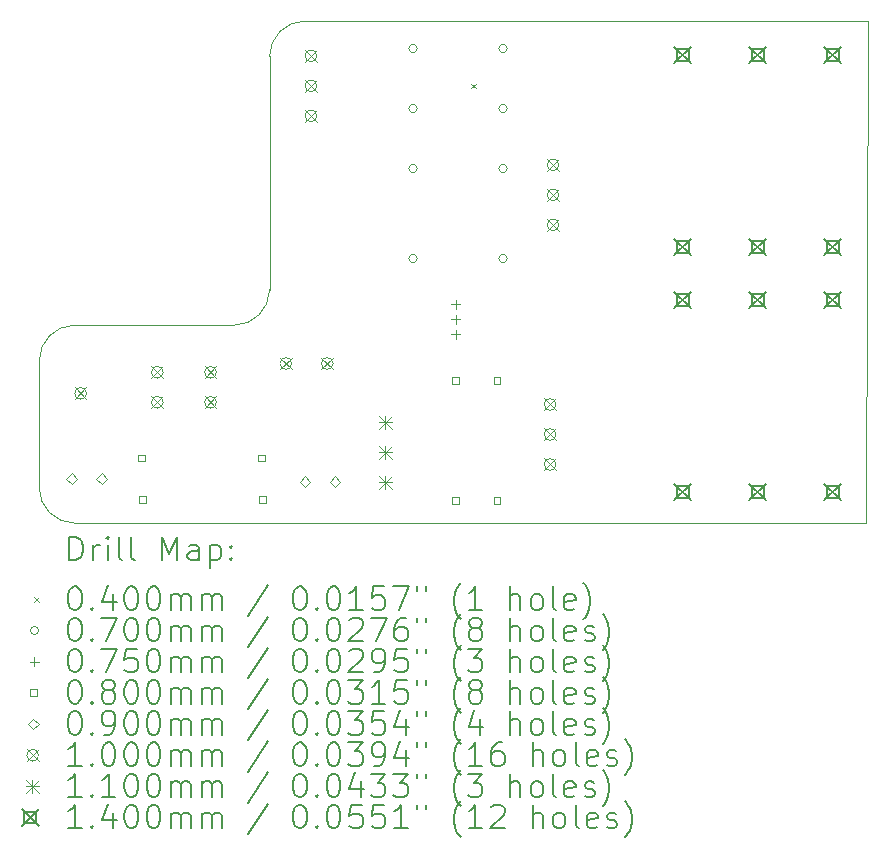
<source format=gbr>
%TF.GenerationSoftware,KiCad,Pcbnew,7.0.9*%
%TF.CreationDate,2023-12-28T12:30:10-05:00*%
%TF.ProjectId,IO,494f2e6b-6963-4616-945f-706362585858,rev?*%
%TF.SameCoordinates,Original*%
%TF.FileFunction,Drillmap*%
%TF.FilePolarity,Positive*%
%FSLAX45Y45*%
G04 Gerber Fmt 4.5, Leading zero omitted, Abs format (unit mm)*
G04 Created by KiCad (PCBNEW 7.0.9) date 2023-12-28 12:30:10*
%MOMM*%
%LPD*%
G01*
G04 APERTURE LIST*
%ADD10C,0.100000*%
%ADD11C,0.200000*%
%ADD12C,0.110000*%
%ADD13C,0.140000*%
G04 APERTURE END LIST*
D10*
X13150000Y-10325000D02*
X11800000Y-10325000D01*
X13450000Y-8050000D02*
X13450000Y-10025000D01*
X18500000Y-12000000D02*
X11800000Y-12001040D01*
X11800000Y-10325000D02*
G75*
G03*
X11500000Y-10625000I0J-300000D01*
G01*
X18512500Y-7750000D02*
X18500000Y-12000000D01*
X13750000Y-7750000D02*
G75*
G03*
X13450000Y-8050000I0J-300000D01*
G01*
X13750000Y-7750000D02*
X18512500Y-7750000D01*
X11498960Y-11700000D02*
G75*
G03*
X11800000Y-12001040I301040J0D01*
G01*
X13150000Y-10325000D02*
G75*
G03*
X13450000Y-10025000I0J300000D01*
G01*
X11498960Y-11700000D02*
X11500000Y-10625000D01*
D11*
D10*
X15155000Y-8280000D02*
X15195000Y-8320000D01*
X15195000Y-8280000D02*
X15155000Y-8320000D01*
X14699250Y-7982750D02*
G75*
G03*
X14699250Y-7982750I-35000J0D01*
G01*
X14699250Y-8490750D02*
G75*
G03*
X14699250Y-8490750I-35000J0D01*
G01*
X14699250Y-8998750D02*
G75*
G03*
X14699250Y-8998750I-35000J0D01*
G01*
X14699250Y-9760750D02*
G75*
G03*
X14699250Y-9760750I-35000J0D01*
G01*
X15461250Y-7982750D02*
G75*
G03*
X15461250Y-7982750I-35000J0D01*
G01*
X15461250Y-8490750D02*
G75*
G03*
X15461250Y-8490750I-35000J0D01*
G01*
X15461250Y-8998750D02*
G75*
G03*
X15461250Y-8998750I-35000J0D01*
G01*
X15461250Y-9760750D02*
G75*
G03*
X15461250Y-9760750I-35000J0D01*
G01*
X15025000Y-10112500D02*
X15025000Y-10187500D01*
X14987500Y-10150000D02*
X15062500Y-10150000D01*
X15025000Y-10239500D02*
X15025000Y-10314500D01*
X14987500Y-10277000D02*
X15062500Y-10277000D01*
X15025000Y-10366500D02*
X15025000Y-10441500D01*
X14987500Y-10404000D02*
X15062500Y-10404000D01*
X12395284Y-11478284D02*
X12395284Y-11421715D01*
X12338715Y-11421715D01*
X12338715Y-11478284D01*
X12395284Y-11478284D01*
X12403284Y-11828284D02*
X12403284Y-11771715D01*
X12346715Y-11771715D01*
X12346715Y-11828284D01*
X12403284Y-11828284D01*
X13411284Y-11478284D02*
X13411284Y-11421715D01*
X13354715Y-11421715D01*
X13354715Y-11478284D01*
X13411284Y-11478284D01*
X13419284Y-11828284D02*
X13419284Y-11771715D01*
X13362715Y-11771715D01*
X13362715Y-11828284D01*
X13419284Y-11828284D01*
X15053284Y-10820285D02*
X15053284Y-10763716D01*
X14996715Y-10763716D01*
X14996715Y-10820285D01*
X15053284Y-10820285D01*
X15053284Y-11836284D02*
X15053284Y-11779715D01*
X14996715Y-11779715D01*
X14996715Y-11836284D01*
X15053284Y-11836284D01*
X15403284Y-10820285D02*
X15403284Y-10763716D01*
X15346715Y-10763716D01*
X15346715Y-10820285D01*
X15403284Y-10820285D01*
X15403284Y-11836284D02*
X15403284Y-11779715D01*
X15346715Y-11779715D01*
X15346715Y-11836284D01*
X15403284Y-11836284D01*
X11775000Y-11670000D02*
X11820000Y-11625000D01*
X11775000Y-11580000D01*
X11730000Y-11625000D01*
X11775000Y-11670000D01*
X12029000Y-11670000D02*
X12074000Y-11625000D01*
X12029000Y-11580000D01*
X11984000Y-11625000D01*
X12029000Y-11670000D01*
X13750000Y-11695000D02*
X13795000Y-11650000D01*
X13750000Y-11605000D01*
X13705000Y-11650000D01*
X13750000Y-11695000D01*
X14004000Y-11695000D02*
X14049000Y-11650000D01*
X14004000Y-11605000D01*
X13959000Y-11650000D01*
X14004000Y-11695000D01*
X11800000Y-10852500D02*
X11900000Y-10952500D01*
X11900000Y-10852500D02*
X11800000Y-10952500D01*
X11900000Y-10902500D02*
G75*
G03*
X11900000Y-10902500I-50000J0D01*
G01*
X12450000Y-10673500D02*
X12550000Y-10773500D01*
X12550000Y-10673500D02*
X12450000Y-10773500D01*
X12550000Y-10723500D02*
G75*
G03*
X12550000Y-10723500I-50000J0D01*
G01*
X12450000Y-10927500D02*
X12550000Y-11027500D01*
X12550000Y-10927500D02*
X12450000Y-11027500D01*
X12550000Y-10977500D02*
G75*
G03*
X12550000Y-10977500I-50000J0D01*
G01*
X12900000Y-10673500D02*
X13000000Y-10773500D01*
X13000000Y-10673500D02*
X12900000Y-10773500D01*
X13000000Y-10723500D02*
G75*
G03*
X13000000Y-10723500I-50000J0D01*
G01*
X12900000Y-10927500D02*
X13000000Y-11027500D01*
X13000000Y-10927500D02*
X12900000Y-11027500D01*
X13000000Y-10977500D02*
G75*
G03*
X13000000Y-10977500I-50000J0D01*
G01*
X13538232Y-10600000D02*
X13638232Y-10700000D01*
X13638232Y-10600000D02*
X13538232Y-10700000D01*
X13638232Y-10650000D02*
G75*
G03*
X13638232Y-10650000I-50000J0D01*
G01*
X13750000Y-7994500D02*
X13850000Y-8094500D01*
X13850000Y-7994500D02*
X13750000Y-8094500D01*
X13850000Y-8044500D02*
G75*
G03*
X13850000Y-8044500I-50000J0D01*
G01*
X13750000Y-8248500D02*
X13850000Y-8348500D01*
X13850000Y-8248500D02*
X13750000Y-8348500D01*
X13850000Y-8298500D02*
G75*
G03*
X13850000Y-8298500I-50000J0D01*
G01*
X13750000Y-8502500D02*
X13850000Y-8602500D01*
X13850000Y-8502500D02*
X13750000Y-8602500D01*
X13850000Y-8552500D02*
G75*
G03*
X13850000Y-8552500I-50000J0D01*
G01*
X13888232Y-10600000D02*
X13988232Y-10700000D01*
X13988232Y-10600000D02*
X13888232Y-10700000D01*
X13988232Y-10650000D02*
G75*
G03*
X13988232Y-10650000I-50000J0D01*
G01*
X15775000Y-10946000D02*
X15875000Y-11046000D01*
X15875000Y-10946000D02*
X15775000Y-11046000D01*
X15875000Y-10996000D02*
G75*
G03*
X15875000Y-10996000I-50000J0D01*
G01*
X15775000Y-11200000D02*
X15875000Y-11300000D01*
X15875000Y-11200000D02*
X15775000Y-11300000D01*
X15875000Y-11250000D02*
G75*
G03*
X15875000Y-11250000I-50000J0D01*
G01*
X15775000Y-11454000D02*
X15875000Y-11554000D01*
X15875000Y-11454000D02*
X15775000Y-11554000D01*
X15875000Y-11504000D02*
G75*
G03*
X15875000Y-11504000I-50000J0D01*
G01*
X15800000Y-8917000D02*
X15900000Y-9017000D01*
X15900000Y-8917000D02*
X15800000Y-9017000D01*
X15900000Y-8967000D02*
G75*
G03*
X15900000Y-8967000I-50000J0D01*
G01*
X15800000Y-9171000D02*
X15900000Y-9271000D01*
X15900000Y-9171000D02*
X15800000Y-9271000D01*
X15900000Y-9221000D02*
G75*
G03*
X15900000Y-9221000I-50000J0D01*
G01*
X15800000Y-9425000D02*
X15900000Y-9525000D01*
X15900000Y-9425000D02*
X15800000Y-9525000D01*
X15900000Y-9475000D02*
G75*
G03*
X15900000Y-9475000I-50000J0D01*
G01*
D12*
X14375500Y-11091000D02*
X14485500Y-11201000D01*
X14485500Y-11091000D02*
X14375500Y-11201000D01*
X14430500Y-11091000D02*
X14430500Y-11201000D01*
X14375500Y-11146000D02*
X14485500Y-11146000D01*
X14375500Y-11345000D02*
X14485500Y-11455000D01*
X14485500Y-11345000D02*
X14375500Y-11455000D01*
X14430500Y-11345000D02*
X14430500Y-11455000D01*
X14375500Y-11400000D02*
X14485500Y-11400000D01*
X14375500Y-11599000D02*
X14485500Y-11709000D01*
X14485500Y-11599000D02*
X14375500Y-11709000D01*
X14430500Y-11599000D02*
X14430500Y-11709000D01*
X14375500Y-11654000D02*
X14485500Y-11654000D01*
D13*
X16877500Y-7968500D02*
X17017500Y-8108500D01*
X17017500Y-7968500D02*
X16877500Y-8108500D01*
X16996998Y-8087998D02*
X16996998Y-7989002D01*
X16898002Y-7989002D01*
X16898002Y-8087998D01*
X16996998Y-8087998D01*
X16877500Y-9591500D02*
X17017500Y-9731500D01*
X17017500Y-9591500D02*
X16877500Y-9731500D01*
X16996998Y-9710998D02*
X16996998Y-9612002D01*
X16898002Y-9612002D01*
X16898002Y-9710998D01*
X16996998Y-9710998D01*
X16877500Y-10043500D02*
X17017500Y-10183500D01*
X17017500Y-10043500D02*
X16877500Y-10183500D01*
X16996998Y-10162998D02*
X16996998Y-10064002D01*
X16898002Y-10064002D01*
X16898002Y-10162998D01*
X16996998Y-10162998D01*
X16877500Y-11666500D02*
X17017500Y-11806500D01*
X17017500Y-11666500D02*
X16877500Y-11806500D01*
X16996998Y-11785998D02*
X16996998Y-11687002D01*
X16898002Y-11687002D01*
X16898002Y-11785998D01*
X16996998Y-11785998D01*
X17512500Y-7968500D02*
X17652500Y-8108500D01*
X17652500Y-7968500D02*
X17512500Y-8108500D01*
X17631998Y-8087998D02*
X17631998Y-7989002D01*
X17533002Y-7989002D01*
X17533002Y-8087998D01*
X17631998Y-8087998D01*
X17512500Y-9591500D02*
X17652500Y-9731500D01*
X17652500Y-9591500D02*
X17512500Y-9731500D01*
X17631998Y-9710998D02*
X17631998Y-9612002D01*
X17533002Y-9612002D01*
X17533002Y-9710998D01*
X17631998Y-9710998D01*
X17512500Y-10043500D02*
X17652500Y-10183500D01*
X17652500Y-10043500D02*
X17512500Y-10183500D01*
X17631998Y-10162998D02*
X17631998Y-10064002D01*
X17533002Y-10064002D01*
X17533002Y-10162998D01*
X17631998Y-10162998D01*
X17512500Y-11666500D02*
X17652500Y-11806500D01*
X17652500Y-11666500D02*
X17512500Y-11806500D01*
X17631998Y-11785998D02*
X17631998Y-11687002D01*
X17533002Y-11687002D01*
X17533002Y-11785998D01*
X17631998Y-11785998D01*
X18147500Y-7968500D02*
X18287500Y-8108500D01*
X18287500Y-7968500D02*
X18147500Y-8108500D01*
X18266998Y-8087998D02*
X18266998Y-7989002D01*
X18168002Y-7989002D01*
X18168002Y-8087998D01*
X18266998Y-8087998D01*
X18147500Y-9591500D02*
X18287500Y-9731500D01*
X18287500Y-9591500D02*
X18147500Y-9731500D01*
X18266998Y-9710998D02*
X18266998Y-9612002D01*
X18168002Y-9612002D01*
X18168002Y-9710998D01*
X18266998Y-9710998D01*
X18147500Y-10043500D02*
X18287500Y-10183500D01*
X18287500Y-10043500D02*
X18147500Y-10183500D01*
X18266998Y-10162998D02*
X18266998Y-10064002D01*
X18168002Y-10064002D01*
X18168002Y-10162998D01*
X18266998Y-10162998D01*
X18147500Y-11666500D02*
X18287500Y-11806500D01*
X18287500Y-11666500D02*
X18147500Y-11806500D01*
X18266998Y-11785998D02*
X18266998Y-11687002D01*
X18168002Y-11687002D01*
X18168002Y-11785998D01*
X18266998Y-11785998D01*
D11*
X11754737Y-12317524D02*
X11754737Y-12117524D01*
X11754737Y-12117524D02*
X11802356Y-12117524D01*
X11802356Y-12117524D02*
X11830927Y-12127047D01*
X11830927Y-12127047D02*
X11849975Y-12146095D01*
X11849975Y-12146095D02*
X11859499Y-12165143D01*
X11859499Y-12165143D02*
X11869023Y-12203238D01*
X11869023Y-12203238D02*
X11869023Y-12231809D01*
X11869023Y-12231809D02*
X11859499Y-12269904D01*
X11859499Y-12269904D02*
X11849975Y-12288952D01*
X11849975Y-12288952D02*
X11830927Y-12308000D01*
X11830927Y-12308000D02*
X11802356Y-12317524D01*
X11802356Y-12317524D02*
X11754737Y-12317524D01*
X11954737Y-12317524D02*
X11954737Y-12184190D01*
X11954737Y-12222285D02*
X11964261Y-12203238D01*
X11964261Y-12203238D02*
X11973785Y-12193714D01*
X11973785Y-12193714D02*
X11992832Y-12184190D01*
X11992832Y-12184190D02*
X12011880Y-12184190D01*
X12078546Y-12317524D02*
X12078546Y-12184190D01*
X12078546Y-12117524D02*
X12069023Y-12127047D01*
X12069023Y-12127047D02*
X12078546Y-12136571D01*
X12078546Y-12136571D02*
X12088070Y-12127047D01*
X12088070Y-12127047D02*
X12078546Y-12117524D01*
X12078546Y-12117524D02*
X12078546Y-12136571D01*
X12202356Y-12317524D02*
X12183308Y-12308000D01*
X12183308Y-12308000D02*
X12173785Y-12288952D01*
X12173785Y-12288952D02*
X12173785Y-12117524D01*
X12307118Y-12317524D02*
X12288070Y-12308000D01*
X12288070Y-12308000D02*
X12278546Y-12288952D01*
X12278546Y-12288952D02*
X12278546Y-12117524D01*
X12535689Y-12317524D02*
X12535689Y-12117524D01*
X12535689Y-12117524D02*
X12602356Y-12260381D01*
X12602356Y-12260381D02*
X12669023Y-12117524D01*
X12669023Y-12117524D02*
X12669023Y-12317524D01*
X12849975Y-12317524D02*
X12849975Y-12212762D01*
X12849975Y-12212762D02*
X12840451Y-12193714D01*
X12840451Y-12193714D02*
X12821404Y-12184190D01*
X12821404Y-12184190D02*
X12783308Y-12184190D01*
X12783308Y-12184190D02*
X12764261Y-12193714D01*
X12849975Y-12308000D02*
X12830927Y-12317524D01*
X12830927Y-12317524D02*
X12783308Y-12317524D01*
X12783308Y-12317524D02*
X12764261Y-12308000D01*
X12764261Y-12308000D02*
X12754737Y-12288952D01*
X12754737Y-12288952D02*
X12754737Y-12269904D01*
X12754737Y-12269904D02*
X12764261Y-12250857D01*
X12764261Y-12250857D02*
X12783308Y-12241333D01*
X12783308Y-12241333D02*
X12830927Y-12241333D01*
X12830927Y-12241333D02*
X12849975Y-12231809D01*
X12945213Y-12184190D02*
X12945213Y-12384190D01*
X12945213Y-12193714D02*
X12964261Y-12184190D01*
X12964261Y-12184190D02*
X13002356Y-12184190D01*
X13002356Y-12184190D02*
X13021404Y-12193714D01*
X13021404Y-12193714D02*
X13030927Y-12203238D01*
X13030927Y-12203238D02*
X13040451Y-12222285D01*
X13040451Y-12222285D02*
X13040451Y-12279428D01*
X13040451Y-12279428D02*
X13030927Y-12298476D01*
X13030927Y-12298476D02*
X13021404Y-12308000D01*
X13021404Y-12308000D02*
X13002356Y-12317524D01*
X13002356Y-12317524D02*
X12964261Y-12317524D01*
X12964261Y-12317524D02*
X12945213Y-12308000D01*
X13126166Y-12298476D02*
X13135689Y-12308000D01*
X13135689Y-12308000D02*
X13126166Y-12317524D01*
X13126166Y-12317524D02*
X13116642Y-12308000D01*
X13116642Y-12308000D02*
X13126166Y-12298476D01*
X13126166Y-12298476D02*
X13126166Y-12317524D01*
X13126166Y-12193714D02*
X13135689Y-12203238D01*
X13135689Y-12203238D02*
X13126166Y-12212762D01*
X13126166Y-12212762D02*
X13116642Y-12203238D01*
X13116642Y-12203238D02*
X13126166Y-12193714D01*
X13126166Y-12193714D02*
X13126166Y-12212762D01*
D10*
X11453960Y-12626040D02*
X11493960Y-12666040D01*
X11493960Y-12626040D02*
X11453960Y-12666040D01*
D11*
X11792832Y-12537524D02*
X11811880Y-12537524D01*
X11811880Y-12537524D02*
X11830927Y-12547047D01*
X11830927Y-12547047D02*
X11840451Y-12556571D01*
X11840451Y-12556571D02*
X11849975Y-12575619D01*
X11849975Y-12575619D02*
X11859499Y-12613714D01*
X11859499Y-12613714D02*
X11859499Y-12661333D01*
X11859499Y-12661333D02*
X11849975Y-12699428D01*
X11849975Y-12699428D02*
X11840451Y-12718476D01*
X11840451Y-12718476D02*
X11830927Y-12728000D01*
X11830927Y-12728000D02*
X11811880Y-12737524D01*
X11811880Y-12737524D02*
X11792832Y-12737524D01*
X11792832Y-12737524D02*
X11773785Y-12728000D01*
X11773785Y-12728000D02*
X11764261Y-12718476D01*
X11764261Y-12718476D02*
X11754737Y-12699428D01*
X11754737Y-12699428D02*
X11745213Y-12661333D01*
X11745213Y-12661333D02*
X11745213Y-12613714D01*
X11745213Y-12613714D02*
X11754737Y-12575619D01*
X11754737Y-12575619D02*
X11764261Y-12556571D01*
X11764261Y-12556571D02*
X11773785Y-12547047D01*
X11773785Y-12547047D02*
X11792832Y-12537524D01*
X11945213Y-12718476D02*
X11954737Y-12728000D01*
X11954737Y-12728000D02*
X11945213Y-12737524D01*
X11945213Y-12737524D02*
X11935689Y-12728000D01*
X11935689Y-12728000D02*
X11945213Y-12718476D01*
X11945213Y-12718476D02*
X11945213Y-12737524D01*
X12126166Y-12604190D02*
X12126166Y-12737524D01*
X12078546Y-12528000D02*
X12030927Y-12670857D01*
X12030927Y-12670857D02*
X12154737Y-12670857D01*
X12269023Y-12537524D02*
X12288070Y-12537524D01*
X12288070Y-12537524D02*
X12307118Y-12547047D01*
X12307118Y-12547047D02*
X12316642Y-12556571D01*
X12316642Y-12556571D02*
X12326166Y-12575619D01*
X12326166Y-12575619D02*
X12335689Y-12613714D01*
X12335689Y-12613714D02*
X12335689Y-12661333D01*
X12335689Y-12661333D02*
X12326166Y-12699428D01*
X12326166Y-12699428D02*
X12316642Y-12718476D01*
X12316642Y-12718476D02*
X12307118Y-12728000D01*
X12307118Y-12728000D02*
X12288070Y-12737524D01*
X12288070Y-12737524D02*
X12269023Y-12737524D01*
X12269023Y-12737524D02*
X12249975Y-12728000D01*
X12249975Y-12728000D02*
X12240451Y-12718476D01*
X12240451Y-12718476D02*
X12230927Y-12699428D01*
X12230927Y-12699428D02*
X12221404Y-12661333D01*
X12221404Y-12661333D02*
X12221404Y-12613714D01*
X12221404Y-12613714D02*
X12230927Y-12575619D01*
X12230927Y-12575619D02*
X12240451Y-12556571D01*
X12240451Y-12556571D02*
X12249975Y-12547047D01*
X12249975Y-12547047D02*
X12269023Y-12537524D01*
X12459499Y-12537524D02*
X12478547Y-12537524D01*
X12478547Y-12537524D02*
X12497594Y-12547047D01*
X12497594Y-12547047D02*
X12507118Y-12556571D01*
X12507118Y-12556571D02*
X12516642Y-12575619D01*
X12516642Y-12575619D02*
X12526166Y-12613714D01*
X12526166Y-12613714D02*
X12526166Y-12661333D01*
X12526166Y-12661333D02*
X12516642Y-12699428D01*
X12516642Y-12699428D02*
X12507118Y-12718476D01*
X12507118Y-12718476D02*
X12497594Y-12728000D01*
X12497594Y-12728000D02*
X12478547Y-12737524D01*
X12478547Y-12737524D02*
X12459499Y-12737524D01*
X12459499Y-12737524D02*
X12440451Y-12728000D01*
X12440451Y-12728000D02*
X12430927Y-12718476D01*
X12430927Y-12718476D02*
X12421404Y-12699428D01*
X12421404Y-12699428D02*
X12411880Y-12661333D01*
X12411880Y-12661333D02*
X12411880Y-12613714D01*
X12411880Y-12613714D02*
X12421404Y-12575619D01*
X12421404Y-12575619D02*
X12430927Y-12556571D01*
X12430927Y-12556571D02*
X12440451Y-12547047D01*
X12440451Y-12547047D02*
X12459499Y-12537524D01*
X12611880Y-12737524D02*
X12611880Y-12604190D01*
X12611880Y-12623238D02*
X12621404Y-12613714D01*
X12621404Y-12613714D02*
X12640451Y-12604190D01*
X12640451Y-12604190D02*
X12669023Y-12604190D01*
X12669023Y-12604190D02*
X12688070Y-12613714D01*
X12688070Y-12613714D02*
X12697594Y-12632762D01*
X12697594Y-12632762D02*
X12697594Y-12737524D01*
X12697594Y-12632762D02*
X12707118Y-12613714D01*
X12707118Y-12613714D02*
X12726166Y-12604190D01*
X12726166Y-12604190D02*
X12754737Y-12604190D01*
X12754737Y-12604190D02*
X12773785Y-12613714D01*
X12773785Y-12613714D02*
X12783308Y-12632762D01*
X12783308Y-12632762D02*
X12783308Y-12737524D01*
X12878547Y-12737524D02*
X12878547Y-12604190D01*
X12878547Y-12623238D02*
X12888070Y-12613714D01*
X12888070Y-12613714D02*
X12907118Y-12604190D01*
X12907118Y-12604190D02*
X12935689Y-12604190D01*
X12935689Y-12604190D02*
X12954737Y-12613714D01*
X12954737Y-12613714D02*
X12964261Y-12632762D01*
X12964261Y-12632762D02*
X12964261Y-12737524D01*
X12964261Y-12632762D02*
X12973785Y-12613714D01*
X12973785Y-12613714D02*
X12992832Y-12604190D01*
X12992832Y-12604190D02*
X13021404Y-12604190D01*
X13021404Y-12604190D02*
X13040451Y-12613714D01*
X13040451Y-12613714D02*
X13049975Y-12632762D01*
X13049975Y-12632762D02*
X13049975Y-12737524D01*
X13440451Y-12528000D02*
X13269023Y-12785143D01*
X13697594Y-12537524D02*
X13716642Y-12537524D01*
X13716642Y-12537524D02*
X13735690Y-12547047D01*
X13735690Y-12547047D02*
X13745213Y-12556571D01*
X13745213Y-12556571D02*
X13754737Y-12575619D01*
X13754737Y-12575619D02*
X13764261Y-12613714D01*
X13764261Y-12613714D02*
X13764261Y-12661333D01*
X13764261Y-12661333D02*
X13754737Y-12699428D01*
X13754737Y-12699428D02*
X13745213Y-12718476D01*
X13745213Y-12718476D02*
X13735690Y-12728000D01*
X13735690Y-12728000D02*
X13716642Y-12737524D01*
X13716642Y-12737524D02*
X13697594Y-12737524D01*
X13697594Y-12737524D02*
X13678547Y-12728000D01*
X13678547Y-12728000D02*
X13669023Y-12718476D01*
X13669023Y-12718476D02*
X13659499Y-12699428D01*
X13659499Y-12699428D02*
X13649975Y-12661333D01*
X13649975Y-12661333D02*
X13649975Y-12613714D01*
X13649975Y-12613714D02*
X13659499Y-12575619D01*
X13659499Y-12575619D02*
X13669023Y-12556571D01*
X13669023Y-12556571D02*
X13678547Y-12547047D01*
X13678547Y-12547047D02*
X13697594Y-12537524D01*
X13849975Y-12718476D02*
X13859499Y-12728000D01*
X13859499Y-12728000D02*
X13849975Y-12737524D01*
X13849975Y-12737524D02*
X13840451Y-12728000D01*
X13840451Y-12728000D02*
X13849975Y-12718476D01*
X13849975Y-12718476D02*
X13849975Y-12737524D01*
X13983309Y-12537524D02*
X14002356Y-12537524D01*
X14002356Y-12537524D02*
X14021404Y-12547047D01*
X14021404Y-12547047D02*
X14030928Y-12556571D01*
X14030928Y-12556571D02*
X14040451Y-12575619D01*
X14040451Y-12575619D02*
X14049975Y-12613714D01*
X14049975Y-12613714D02*
X14049975Y-12661333D01*
X14049975Y-12661333D02*
X14040451Y-12699428D01*
X14040451Y-12699428D02*
X14030928Y-12718476D01*
X14030928Y-12718476D02*
X14021404Y-12728000D01*
X14021404Y-12728000D02*
X14002356Y-12737524D01*
X14002356Y-12737524D02*
X13983309Y-12737524D01*
X13983309Y-12737524D02*
X13964261Y-12728000D01*
X13964261Y-12728000D02*
X13954737Y-12718476D01*
X13954737Y-12718476D02*
X13945213Y-12699428D01*
X13945213Y-12699428D02*
X13935690Y-12661333D01*
X13935690Y-12661333D02*
X13935690Y-12613714D01*
X13935690Y-12613714D02*
X13945213Y-12575619D01*
X13945213Y-12575619D02*
X13954737Y-12556571D01*
X13954737Y-12556571D02*
X13964261Y-12547047D01*
X13964261Y-12547047D02*
X13983309Y-12537524D01*
X14240451Y-12737524D02*
X14126166Y-12737524D01*
X14183309Y-12737524D02*
X14183309Y-12537524D01*
X14183309Y-12537524D02*
X14164261Y-12566095D01*
X14164261Y-12566095D02*
X14145213Y-12585143D01*
X14145213Y-12585143D02*
X14126166Y-12594666D01*
X14421404Y-12537524D02*
X14326166Y-12537524D01*
X14326166Y-12537524D02*
X14316642Y-12632762D01*
X14316642Y-12632762D02*
X14326166Y-12623238D01*
X14326166Y-12623238D02*
X14345213Y-12613714D01*
X14345213Y-12613714D02*
X14392832Y-12613714D01*
X14392832Y-12613714D02*
X14411880Y-12623238D01*
X14411880Y-12623238D02*
X14421404Y-12632762D01*
X14421404Y-12632762D02*
X14430928Y-12651809D01*
X14430928Y-12651809D02*
X14430928Y-12699428D01*
X14430928Y-12699428D02*
X14421404Y-12718476D01*
X14421404Y-12718476D02*
X14411880Y-12728000D01*
X14411880Y-12728000D02*
X14392832Y-12737524D01*
X14392832Y-12737524D02*
X14345213Y-12737524D01*
X14345213Y-12737524D02*
X14326166Y-12728000D01*
X14326166Y-12728000D02*
X14316642Y-12718476D01*
X14497594Y-12537524D02*
X14630928Y-12537524D01*
X14630928Y-12537524D02*
X14545213Y-12737524D01*
X14697594Y-12537524D02*
X14697594Y-12575619D01*
X14773785Y-12537524D02*
X14773785Y-12575619D01*
X15069023Y-12813714D02*
X15059499Y-12804190D01*
X15059499Y-12804190D02*
X15040452Y-12775619D01*
X15040452Y-12775619D02*
X15030928Y-12756571D01*
X15030928Y-12756571D02*
X15021404Y-12728000D01*
X15021404Y-12728000D02*
X15011880Y-12680381D01*
X15011880Y-12680381D02*
X15011880Y-12642285D01*
X15011880Y-12642285D02*
X15021404Y-12594666D01*
X15021404Y-12594666D02*
X15030928Y-12566095D01*
X15030928Y-12566095D02*
X15040452Y-12547047D01*
X15040452Y-12547047D02*
X15059499Y-12518476D01*
X15059499Y-12518476D02*
X15069023Y-12508952D01*
X15249975Y-12737524D02*
X15135690Y-12737524D01*
X15192832Y-12737524D02*
X15192832Y-12537524D01*
X15192832Y-12537524D02*
X15173785Y-12566095D01*
X15173785Y-12566095D02*
X15154737Y-12585143D01*
X15154737Y-12585143D02*
X15135690Y-12594666D01*
X15488071Y-12737524D02*
X15488071Y-12537524D01*
X15573785Y-12737524D02*
X15573785Y-12632762D01*
X15573785Y-12632762D02*
X15564261Y-12613714D01*
X15564261Y-12613714D02*
X15545214Y-12604190D01*
X15545214Y-12604190D02*
X15516642Y-12604190D01*
X15516642Y-12604190D02*
X15497594Y-12613714D01*
X15497594Y-12613714D02*
X15488071Y-12623238D01*
X15697594Y-12737524D02*
X15678547Y-12728000D01*
X15678547Y-12728000D02*
X15669023Y-12718476D01*
X15669023Y-12718476D02*
X15659499Y-12699428D01*
X15659499Y-12699428D02*
X15659499Y-12642285D01*
X15659499Y-12642285D02*
X15669023Y-12623238D01*
X15669023Y-12623238D02*
X15678547Y-12613714D01*
X15678547Y-12613714D02*
X15697594Y-12604190D01*
X15697594Y-12604190D02*
X15726166Y-12604190D01*
X15726166Y-12604190D02*
X15745214Y-12613714D01*
X15745214Y-12613714D02*
X15754737Y-12623238D01*
X15754737Y-12623238D02*
X15764261Y-12642285D01*
X15764261Y-12642285D02*
X15764261Y-12699428D01*
X15764261Y-12699428D02*
X15754737Y-12718476D01*
X15754737Y-12718476D02*
X15745214Y-12728000D01*
X15745214Y-12728000D02*
X15726166Y-12737524D01*
X15726166Y-12737524D02*
X15697594Y-12737524D01*
X15878547Y-12737524D02*
X15859499Y-12728000D01*
X15859499Y-12728000D02*
X15849975Y-12708952D01*
X15849975Y-12708952D02*
X15849975Y-12537524D01*
X16030928Y-12728000D02*
X16011880Y-12737524D01*
X16011880Y-12737524D02*
X15973785Y-12737524D01*
X15973785Y-12737524D02*
X15954737Y-12728000D01*
X15954737Y-12728000D02*
X15945214Y-12708952D01*
X15945214Y-12708952D02*
X15945214Y-12632762D01*
X15945214Y-12632762D02*
X15954737Y-12613714D01*
X15954737Y-12613714D02*
X15973785Y-12604190D01*
X15973785Y-12604190D02*
X16011880Y-12604190D01*
X16011880Y-12604190D02*
X16030928Y-12613714D01*
X16030928Y-12613714D02*
X16040452Y-12632762D01*
X16040452Y-12632762D02*
X16040452Y-12651809D01*
X16040452Y-12651809D02*
X15945214Y-12670857D01*
X16107118Y-12813714D02*
X16116642Y-12804190D01*
X16116642Y-12804190D02*
X16135690Y-12775619D01*
X16135690Y-12775619D02*
X16145214Y-12756571D01*
X16145214Y-12756571D02*
X16154737Y-12728000D01*
X16154737Y-12728000D02*
X16164261Y-12680381D01*
X16164261Y-12680381D02*
X16164261Y-12642285D01*
X16164261Y-12642285D02*
X16154737Y-12594666D01*
X16154737Y-12594666D02*
X16145214Y-12566095D01*
X16145214Y-12566095D02*
X16135690Y-12547047D01*
X16135690Y-12547047D02*
X16116642Y-12518476D01*
X16116642Y-12518476D02*
X16107118Y-12508952D01*
D10*
X11493960Y-12910040D02*
G75*
G03*
X11493960Y-12910040I-35000J0D01*
G01*
D11*
X11792832Y-12801524D02*
X11811880Y-12801524D01*
X11811880Y-12801524D02*
X11830927Y-12811047D01*
X11830927Y-12811047D02*
X11840451Y-12820571D01*
X11840451Y-12820571D02*
X11849975Y-12839619D01*
X11849975Y-12839619D02*
X11859499Y-12877714D01*
X11859499Y-12877714D02*
X11859499Y-12925333D01*
X11859499Y-12925333D02*
X11849975Y-12963428D01*
X11849975Y-12963428D02*
X11840451Y-12982476D01*
X11840451Y-12982476D02*
X11830927Y-12992000D01*
X11830927Y-12992000D02*
X11811880Y-13001524D01*
X11811880Y-13001524D02*
X11792832Y-13001524D01*
X11792832Y-13001524D02*
X11773785Y-12992000D01*
X11773785Y-12992000D02*
X11764261Y-12982476D01*
X11764261Y-12982476D02*
X11754737Y-12963428D01*
X11754737Y-12963428D02*
X11745213Y-12925333D01*
X11745213Y-12925333D02*
X11745213Y-12877714D01*
X11745213Y-12877714D02*
X11754737Y-12839619D01*
X11754737Y-12839619D02*
X11764261Y-12820571D01*
X11764261Y-12820571D02*
X11773785Y-12811047D01*
X11773785Y-12811047D02*
X11792832Y-12801524D01*
X11945213Y-12982476D02*
X11954737Y-12992000D01*
X11954737Y-12992000D02*
X11945213Y-13001524D01*
X11945213Y-13001524D02*
X11935689Y-12992000D01*
X11935689Y-12992000D02*
X11945213Y-12982476D01*
X11945213Y-12982476D02*
X11945213Y-13001524D01*
X12021404Y-12801524D02*
X12154737Y-12801524D01*
X12154737Y-12801524D02*
X12069023Y-13001524D01*
X12269023Y-12801524D02*
X12288070Y-12801524D01*
X12288070Y-12801524D02*
X12307118Y-12811047D01*
X12307118Y-12811047D02*
X12316642Y-12820571D01*
X12316642Y-12820571D02*
X12326166Y-12839619D01*
X12326166Y-12839619D02*
X12335689Y-12877714D01*
X12335689Y-12877714D02*
X12335689Y-12925333D01*
X12335689Y-12925333D02*
X12326166Y-12963428D01*
X12326166Y-12963428D02*
X12316642Y-12982476D01*
X12316642Y-12982476D02*
X12307118Y-12992000D01*
X12307118Y-12992000D02*
X12288070Y-13001524D01*
X12288070Y-13001524D02*
X12269023Y-13001524D01*
X12269023Y-13001524D02*
X12249975Y-12992000D01*
X12249975Y-12992000D02*
X12240451Y-12982476D01*
X12240451Y-12982476D02*
X12230927Y-12963428D01*
X12230927Y-12963428D02*
X12221404Y-12925333D01*
X12221404Y-12925333D02*
X12221404Y-12877714D01*
X12221404Y-12877714D02*
X12230927Y-12839619D01*
X12230927Y-12839619D02*
X12240451Y-12820571D01*
X12240451Y-12820571D02*
X12249975Y-12811047D01*
X12249975Y-12811047D02*
X12269023Y-12801524D01*
X12459499Y-12801524D02*
X12478547Y-12801524D01*
X12478547Y-12801524D02*
X12497594Y-12811047D01*
X12497594Y-12811047D02*
X12507118Y-12820571D01*
X12507118Y-12820571D02*
X12516642Y-12839619D01*
X12516642Y-12839619D02*
X12526166Y-12877714D01*
X12526166Y-12877714D02*
X12526166Y-12925333D01*
X12526166Y-12925333D02*
X12516642Y-12963428D01*
X12516642Y-12963428D02*
X12507118Y-12982476D01*
X12507118Y-12982476D02*
X12497594Y-12992000D01*
X12497594Y-12992000D02*
X12478547Y-13001524D01*
X12478547Y-13001524D02*
X12459499Y-13001524D01*
X12459499Y-13001524D02*
X12440451Y-12992000D01*
X12440451Y-12992000D02*
X12430927Y-12982476D01*
X12430927Y-12982476D02*
X12421404Y-12963428D01*
X12421404Y-12963428D02*
X12411880Y-12925333D01*
X12411880Y-12925333D02*
X12411880Y-12877714D01*
X12411880Y-12877714D02*
X12421404Y-12839619D01*
X12421404Y-12839619D02*
X12430927Y-12820571D01*
X12430927Y-12820571D02*
X12440451Y-12811047D01*
X12440451Y-12811047D02*
X12459499Y-12801524D01*
X12611880Y-13001524D02*
X12611880Y-12868190D01*
X12611880Y-12887238D02*
X12621404Y-12877714D01*
X12621404Y-12877714D02*
X12640451Y-12868190D01*
X12640451Y-12868190D02*
X12669023Y-12868190D01*
X12669023Y-12868190D02*
X12688070Y-12877714D01*
X12688070Y-12877714D02*
X12697594Y-12896762D01*
X12697594Y-12896762D02*
X12697594Y-13001524D01*
X12697594Y-12896762D02*
X12707118Y-12877714D01*
X12707118Y-12877714D02*
X12726166Y-12868190D01*
X12726166Y-12868190D02*
X12754737Y-12868190D01*
X12754737Y-12868190D02*
X12773785Y-12877714D01*
X12773785Y-12877714D02*
X12783308Y-12896762D01*
X12783308Y-12896762D02*
X12783308Y-13001524D01*
X12878547Y-13001524D02*
X12878547Y-12868190D01*
X12878547Y-12887238D02*
X12888070Y-12877714D01*
X12888070Y-12877714D02*
X12907118Y-12868190D01*
X12907118Y-12868190D02*
X12935689Y-12868190D01*
X12935689Y-12868190D02*
X12954737Y-12877714D01*
X12954737Y-12877714D02*
X12964261Y-12896762D01*
X12964261Y-12896762D02*
X12964261Y-13001524D01*
X12964261Y-12896762D02*
X12973785Y-12877714D01*
X12973785Y-12877714D02*
X12992832Y-12868190D01*
X12992832Y-12868190D02*
X13021404Y-12868190D01*
X13021404Y-12868190D02*
X13040451Y-12877714D01*
X13040451Y-12877714D02*
X13049975Y-12896762D01*
X13049975Y-12896762D02*
X13049975Y-13001524D01*
X13440451Y-12792000D02*
X13269023Y-13049143D01*
X13697594Y-12801524D02*
X13716642Y-12801524D01*
X13716642Y-12801524D02*
X13735690Y-12811047D01*
X13735690Y-12811047D02*
X13745213Y-12820571D01*
X13745213Y-12820571D02*
X13754737Y-12839619D01*
X13754737Y-12839619D02*
X13764261Y-12877714D01*
X13764261Y-12877714D02*
X13764261Y-12925333D01*
X13764261Y-12925333D02*
X13754737Y-12963428D01*
X13754737Y-12963428D02*
X13745213Y-12982476D01*
X13745213Y-12982476D02*
X13735690Y-12992000D01*
X13735690Y-12992000D02*
X13716642Y-13001524D01*
X13716642Y-13001524D02*
X13697594Y-13001524D01*
X13697594Y-13001524D02*
X13678547Y-12992000D01*
X13678547Y-12992000D02*
X13669023Y-12982476D01*
X13669023Y-12982476D02*
X13659499Y-12963428D01*
X13659499Y-12963428D02*
X13649975Y-12925333D01*
X13649975Y-12925333D02*
X13649975Y-12877714D01*
X13649975Y-12877714D02*
X13659499Y-12839619D01*
X13659499Y-12839619D02*
X13669023Y-12820571D01*
X13669023Y-12820571D02*
X13678547Y-12811047D01*
X13678547Y-12811047D02*
X13697594Y-12801524D01*
X13849975Y-12982476D02*
X13859499Y-12992000D01*
X13859499Y-12992000D02*
X13849975Y-13001524D01*
X13849975Y-13001524D02*
X13840451Y-12992000D01*
X13840451Y-12992000D02*
X13849975Y-12982476D01*
X13849975Y-12982476D02*
X13849975Y-13001524D01*
X13983309Y-12801524D02*
X14002356Y-12801524D01*
X14002356Y-12801524D02*
X14021404Y-12811047D01*
X14021404Y-12811047D02*
X14030928Y-12820571D01*
X14030928Y-12820571D02*
X14040451Y-12839619D01*
X14040451Y-12839619D02*
X14049975Y-12877714D01*
X14049975Y-12877714D02*
X14049975Y-12925333D01*
X14049975Y-12925333D02*
X14040451Y-12963428D01*
X14040451Y-12963428D02*
X14030928Y-12982476D01*
X14030928Y-12982476D02*
X14021404Y-12992000D01*
X14021404Y-12992000D02*
X14002356Y-13001524D01*
X14002356Y-13001524D02*
X13983309Y-13001524D01*
X13983309Y-13001524D02*
X13964261Y-12992000D01*
X13964261Y-12992000D02*
X13954737Y-12982476D01*
X13954737Y-12982476D02*
X13945213Y-12963428D01*
X13945213Y-12963428D02*
X13935690Y-12925333D01*
X13935690Y-12925333D02*
X13935690Y-12877714D01*
X13935690Y-12877714D02*
X13945213Y-12839619D01*
X13945213Y-12839619D02*
X13954737Y-12820571D01*
X13954737Y-12820571D02*
X13964261Y-12811047D01*
X13964261Y-12811047D02*
X13983309Y-12801524D01*
X14126166Y-12820571D02*
X14135690Y-12811047D01*
X14135690Y-12811047D02*
X14154737Y-12801524D01*
X14154737Y-12801524D02*
X14202356Y-12801524D01*
X14202356Y-12801524D02*
X14221404Y-12811047D01*
X14221404Y-12811047D02*
X14230928Y-12820571D01*
X14230928Y-12820571D02*
X14240451Y-12839619D01*
X14240451Y-12839619D02*
X14240451Y-12858666D01*
X14240451Y-12858666D02*
X14230928Y-12887238D01*
X14230928Y-12887238D02*
X14116642Y-13001524D01*
X14116642Y-13001524D02*
X14240451Y-13001524D01*
X14307118Y-12801524D02*
X14440451Y-12801524D01*
X14440451Y-12801524D02*
X14354737Y-13001524D01*
X14602356Y-12801524D02*
X14564261Y-12801524D01*
X14564261Y-12801524D02*
X14545213Y-12811047D01*
X14545213Y-12811047D02*
X14535690Y-12820571D01*
X14535690Y-12820571D02*
X14516642Y-12849143D01*
X14516642Y-12849143D02*
X14507118Y-12887238D01*
X14507118Y-12887238D02*
X14507118Y-12963428D01*
X14507118Y-12963428D02*
X14516642Y-12982476D01*
X14516642Y-12982476D02*
X14526166Y-12992000D01*
X14526166Y-12992000D02*
X14545213Y-13001524D01*
X14545213Y-13001524D02*
X14583309Y-13001524D01*
X14583309Y-13001524D02*
X14602356Y-12992000D01*
X14602356Y-12992000D02*
X14611880Y-12982476D01*
X14611880Y-12982476D02*
X14621404Y-12963428D01*
X14621404Y-12963428D02*
X14621404Y-12915809D01*
X14621404Y-12915809D02*
X14611880Y-12896762D01*
X14611880Y-12896762D02*
X14602356Y-12887238D01*
X14602356Y-12887238D02*
X14583309Y-12877714D01*
X14583309Y-12877714D02*
X14545213Y-12877714D01*
X14545213Y-12877714D02*
X14526166Y-12887238D01*
X14526166Y-12887238D02*
X14516642Y-12896762D01*
X14516642Y-12896762D02*
X14507118Y-12915809D01*
X14697594Y-12801524D02*
X14697594Y-12839619D01*
X14773785Y-12801524D02*
X14773785Y-12839619D01*
X15069023Y-13077714D02*
X15059499Y-13068190D01*
X15059499Y-13068190D02*
X15040452Y-13039619D01*
X15040452Y-13039619D02*
X15030928Y-13020571D01*
X15030928Y-13020571D02*
X15021404Y-12992000D01*
X15021404Y-12992000D02*
X15011880Y-12944381D01*
X15011880Y-12944381D02*
X15011880Y-12906285D01*
X15011880Y-12906285D02*
X15021404Y-12858666D01*
X15021404Y-12858666D02*
X15030928Y-12830095D01*
X15030928Y-12830095D02*
X15040452Y-12811047D01*
X15040452Y-12811047D02*
X15059499Y-12782476D01*
X15059499Y-12782476D02*
X15069023Y-12772952D01*
X15173785Y-12887238D02*
X15154737Y-12877714D01*
X15154737Y-12877714D02*
X15145213Y-12868190D01*
X15145213Y-12868190D02*
X15135690Y-12849143D01*
X15135690Y-12849143D02*
X15135690Y-12839619D01*
X15135690Y-12839619D02*
X15145213Y-12820571D01*
X15145213Y-12820571D02*
X15154737Y-12811047D01*
X15154737Y-12811047D02*
X15173785Y-12801524D01*
X15173785Y-12801524D02*
X15211880Y-12801524D01*
X15211880Y-12801524D02*
X15230928Y-12811047D01*
X15230928Y-12811047D02*
X15240452Y-12820571D01*
X15240452Y-12820571D02*
X15249975Y-12839619D01*
X15249975Y-12839619D02*
X15249975Y-12849143D01*
X15249975Y-12849143D02*
X15240452Y-12868190D01*
X15240452Y-12868190D02*
X15230928Y-12877714D01*
X15230928Y-12877714D02*
X15211880Y-12887238D01*
X15211880Y-12887238D02*
X15173785Y-12887238D01*
X15173785Y-12887238D02*
X15154737Y-12896762D01*
X15154737Y-12896762D02*
X15145213Y-12906285D01*
X15145213Y-12906285D02*
X15135690Y-12925333D01*
X15135690Y-12925333D02*
X15135690Y-12963428D01*
X15135690Y-12963428D02*
X15145213Y-12982476D01*
X15145213Y-12982476D02*
X15154737Y-12992000D01*
X15154737Y-12992000D02*
X15173785Y-13001524D01*
X15173785Y-13001524D02*
X15211880Y-13001524D01*
X15211880Y-13001524D02*
X15230928Y-12992000D01*
X15230928Y-12992000D02*
X15240452Y-12982476D01*
X15240452Y-12982476D02*
X15249975Y-12963428D01*
X15249975Y-12963428D02*
X15249975Y-12925333D01*
X15249975Y-12925333D02*
X15240452Y-12906285D01*
X15240452Y-12906285D02*
X15230928Y-12896762D01*
X15230928Y-12896762D02*
X15211880Y-12887238D01*
X15488071Y-13001524D02*
X15488071Y-12801524D01*
X15573785Y-13001524D02*
X15573785Y-12896762D01*
X15573785Y-12896762D02*
X15564261Y-12877714D01*
X15564261Y-12877714D02*
X15545214Y-12868190D01*
X15545214Y-12868190D02*
X15516642Y-12868190D01*
X15516642Y-12868190D02*
X15497594Y-12877714D01*
X15497594Y-12877714D02*
X15488071Y-12887238D01*
X15697594Y-13001524D02*
X15678547Y-12992000D01*
X15678547Y-12992000D02*
X15669023Y-12982476D01*
X15669023Y-12982476D02*
X15659499Y-12963428D01*
X15659499Y-12963428D02*
X15659499Y-12906285D01*
X15659499Y-12906285D02*
X15669023Y-12887238D01*
X15669023Y-12887238D02*
X15678547Y-12877714D01*
X15678547Y-12877714D02*
X15697594Y-12868190D01*
X15697594Y-12868190D02*
X15726166Y-12868190D01*
X15726166Y-12868190D02*
X15745214Y-12877714D01*
X15745214Y-12877714D02*
X15754737Y-12887238D01*
X15754737Y-12887238D02*
X15764261Y-12906285D01*
X15764261Y-12906285D02*
X15764261Y-12963428D01*
X15764261Y-12963428D02*
X15754737Y-12982476D01*
X15754737Y-12982476D02*
X15745214Y-12992000D01*
X15745214Y-12992000D02*
X15726166Y-13001524D01*
X15726166Y-13001524D02*
X15697594Y-13001524D01*
X15878547Y-13001524D02*
X15859499Y-12992000D01*
X15859499Y-12992000D02*
X15849975Y-12972952D01*
X15849975Y-12972952D02*
X15849975Y-12801524D01*
X16030928Y-12992000D02*
X16011880Y-13001524D01*
X16011880Y-13001524D02*
X15973785Y-13001524D01*
X15973785Y-13001524D02*
X15954737Y-12992000D01*
X15954737Y-12992000D02*
X15945214Y-12972952D01*
X15945214Y-12972952D02*
X15945214Y-12896762D01*
X15945214Y-12896762D02*
X15954737Y-12877714D01*
X15954737Y-12877714D02*
X15973785Y-12868190D01*
X15973785Y-12868190D02*
X16011880Y-12868190D01*
X16011880Y-12868190D02*
X16030928Y-12877714D01*
X16030928Y-12877714D02*
X16040452Y-12896762D01*
X16040452Y-12896762D02*
X16040452Y-12915809D01*
X16040452Y-12915809D02*
X15945214Y-12934857D01*
X16116642Y-12992000D02*
X16135690Y-13001524D01*
X16135690Y-13001524D02*
X16173785Y-13001524D01*
X16173785Y-13001524D02*
X16192833Y-12992000D01*
X16192833Y-12992000D02*
X16202356Y-12972952D01*
X16202356Y-12972952D02*
X16202356Y-12963428D01*
X16202356Y-12963428D02*
X16192833Y-12944381D01*
X16192833Y-12944381D02*
X16173785Y-12934857D01*
X16173785Y-12934857D02*
X16145214Y-12934857D01*
X16145214Y-12934857D02*
X16126166Y-12925333D01*
X16126166Y-12925333D02*
X16116642Y-12906285D01*
X16116642Y-12906285D02*
X16116642Y-12896762D01*
X16116642Y-12896762D02*
X16126166Y-12877714D01*
X16126166Y-12877714D02*
X16145214Y-12868190D01*
X16145214Y-12868190D02*
X16173785Y-12868190D01*
X16173785Y-12868190D02*
X16192833Y-12877714D01*
X16269023Y-13077714D02*
X16278547Y-13068190D01*
X16278547Y-13068190D02*
X16297595Y-13039619D01*
X16297595Y-13039619D02*
X16307118Y-13020571D01*
X16307118Y-13020571D02*
X16316642Y-12992000D01*
X16316642Y-12992000D02*
X16326166Y-12944381D01*
X16326166Y-12944381D02*
X16326166Y-12906285D01*
X16326166Y-12906285D02*
X16316642Y-12858666D01*
X16316642Y-12858666D02*
X16307118Y-12830095D01*
X16307118Y-12830095D02*
X16297595Y-12811047D01*
X16297595Y-12811047D02*
X16278547Y-12782476D01*
X16278547Y-12782476D02*
X16269023Y-12772952D01*
D10*
X11456460Y-13136540D02*
X11456460Y-13211540D01*
X11418960Y-13174040D02*
X11493960Y-13174040D01*
D11*
X11792832Y-13065524D02*
X11811880Y-13065524D01*
X11811880Y-13065524D02*
X11830927Y-13075047D01*
X11830927Y-13075047D02*
X11840451Y-13084571D01*
X11840451Y-13084571D02*
X11849975Y-13103619D01*
X11849975Y-13103619D02*
X11859499Y-13141714D01*
X11859499Y-13141714D02*
X11859499Y-13189333D01*
X11859499Y-13189333D02*
X11849975Y-13227428D01*
X11849975Y-13227428D02*
X11840451Y-13246476D01*
X11840451Y-13246476D02*
X11830927Y-13256000D01*
X11830927Y-13256000D02*
X11811880Y-13265524D01*
X11811880Y-13265524D02*
X11792832Y-13265524D01*
X11792832Y-13265524D02*
X11773785Y-13256000D01*
X11773785Y-13256000D02*
X11764261Y-13246476D01*
X11764261Y-13246476D02*
X11754737Y-13227428D01*
X11754737Y-13227428D02*
X11745213Y-13189333D01*
X11745213Y-13189333D02*
X11745213Y-13141714D01*
X11745213Y-13141714D02*
X11754737Y-13103619D01*
X11754737Y-13103619D02*
X11764261Y-13084571D01*
X11764261Y-13084571D02*
X11773785Y-13075047D01*
X11773785Y-13075047D02*
X11792832Y-13065524D01*
X11945213Y-13246476D02*
X11954737Y-13256000D01*
X11954737Y-13256000D02*
X11945213Y-13265524D01*
X11945213Y-13265524D02*
X11935689Y-13256000D01*
X11935689Y-13256000D02*
X11945213Y-13246476D01*
X11945213Y-13246476D02*
X11945213Y-13265524D01*
X12021404Y-13065524D02*
X12154737Y-13065524D01*
X12154737Y-13065524D02*
X12069023Y-13265524D01*
X12326166Y-13065524D02*
X12230927Y-13065524D01*
X12230927Y-13065524D02*
X12221404Y-13160762D01*
X12221404Y-13160762D02*
X12230927Y-13151238D01*
X12230927Y-13151238D02*
X12249975Y-13141714D01*
X12249975Y-13141714D02*
X12297594Y-13141714D01*
X12297594Y-13141714D02*
X12316642Y-13151238D01*
X12316642Y-13151238D02*
X12326166Y-13160762D01*
X12326166Y-13160762D02*
X12335689Y-13179809D01*
X12335689Y-13179809D02*
X12335689Y-13227428D01*
X12335689Y-13227428D02*
X12326166Y-13246476D01*
X12326166Y-13246476D02*
X12316642Y-13256000D01*
X12316642Y-13256000D02*
X12297594Y-13265524D01*
X12297594Y-13265524D02*
X12249975Y-13265524D01*
X12249975Y-13265524D02*
X12230927Y-13256000D01*
X12230927Y-13256000D02*
X12221404Y-13246476D01*
X12459499Y-13065524D02*
X12478547Y-13065524D01*
X12478547Y-13065524D02*
X12497594Y-13075047D01*
X12497594Y-13075047D02*
X12507118Y-13084571D01*
X12507118Y-13084571D02*
X12516642Y-13103619D01*
X12516642Y-13103619D02*
X12526166Y-13141714D01*
X12526166Y-13141714D02*
X12526166Y-13189333D01*
X12526166Y-13189333D02*
X12516642Y-13227428D01*
X12516642Y-13227428D02*
X12507118Y-13246476D01*
X12507118Y-13246476D02*
X12497594Y-13256000D01*
X12497594Y-13256000D02*
X12478547Y-13265524D01*
X12478547Y-13265524D02*
X12459499Y-13265524D01*
X12459499Y-13265524D02*
X12440451Y-13256000D01*
X12440451Y-13256000D02*
X12430927Y-13246476D01*
X12430927Y-13246476D02*
X12421404Y-13227428D01*
X12421404Y-13227428D02*
X12411880Y-13189333D01*
X12411880Y-13189333D02*
X12411880Y-13141714D01*
X12411880Y-13141714D02*
X12421404Y-13103619D01*
X12421404Y-13103619D02*
X12430927Y-13084571D01*
X12430927Y-13084571D02*
X12440451Y-13075047D01*
X12440451Y-13075047D02*
X12459499Y-13065524D01*
X12611880Y-13265524D02*
X12611880Y-13132190D01*
X12611880Y-13151238D02*
X12621404Y-13141714D01*
X12621404Y-13141714D02*
X12640451Y-13132190D01*
X12640451Y-13132190D02*
X12669023Y-13132190D01*
X12669023Y-13132190D02*
X12688070Y-13141714D01*
X12688070Y-13141714D02*
X12697594Y-13160762D01*
X12697594Y-13160762D02*
X12697594Y-13265524D01*
X12697594Y-13160762D02*
X12707118Y-13141714D01*
X12707118Y-13141714D02*
X12726166Y-13132190D01*
X12726166Y-13132190D02*
X12754737Y-13132190D01*
X12754737Y-13132190D02*
X12773785Y-13141714D01*
X12773785Y-13141714D02*
X12783308Y-13160762D01*
X12783308Y-13160762D02*
X12783308Y-13265524D01*
X12878547Y-13265524D02*
X12878547Y-13132190D01*
X12878547Y-13151238D02*
X12888070Y-13141714D01*
X12888070Y-13141714D02*
X12907118Y-13132190D01*
X12907118Y-13132190D02*
X12935689Y-13132190D01*
X12935689Y-13132190D02*
X12954737Y-13141714D01*
X12954737Y-13141714D02*
X12964261Y-13160762D01*
X12964261Y-13160762D02*
X12964261Y-13265524D01*
X12964261Y-13160762D02*
X12973785Y-13141714D01*
X12973785Y-13141714D02*
X12992832Y-13132190D01*
X12992832Y-13132190D02*
X13021404Y-13132190D01*
X13021404Y-13132190D02*
X13040451Y-13141714D01*
X13040451Y-13141714D02*
X13049975Y-13160762D01*
X13049975Y-13160762D02*
X13049975Y-13265524D01*
X13440451Y-13056000D02*
X13269023Y-13313143D01*
X13697594Y-13065524D02*
X13716642Y-13065524D01*
X13716642Y-13065524D02*
X13735690Y-13075047D01*
X13735690Y-13075047D02*
X13745213Y-13084571D01*
X13745213Y-13084571D02*
X13754737Y-13103619D01*
X13754737Y-13103619D02*
X13764261Y-13141714D01*
X13764261Y-13141714D02*
X13764261Y-13189333D01*
X13764261Y-13189333D02*
X13754737Y-13227428D01*
X13754737Y-13227428D02*
X13745213Y-13246476D01*
X13745213Y-13246476D02*
X13735690Y-13256000D01*
X13735690Y-13256000D02*
X13716642Y-13265524D01*
X13716642Y-13265524D02*
X13697594Y-13265524D01*
X13697594Y-13265524D02*
X13678547Y-13256000D01*
X13678547Y-13256000D02*
X13669023Y-13246476D01*
X13669023Y-13246476D02*
X13659499Y-13227428D01*
X13659499Y-13227428D02*
X13649975Y-13189333D01*
X13649975Y-13189333D02*
X13649975Y-13141714D01*
X13649975Y-13141714D02*
X13659499Y-13103619D01*
X13659499Y-13103619D02*
X13669023Y-13084571D01*
X13669023Y-13084571D02*
X13678547Y-13075047D01*
X13678547Y-13075047D02*
X13697594Y-13065524D01*
X13849975Y-13246476D02*
X13859499Y-13256000D01*
X13859499Y-13256000D02*
X13849975Y-13265524D01*
X13849975Y-13265524D02*
X13840451Y-13256000D01*
X13840451Y-13256000D02*
X13849975Y-13246476D01*
X13849975Y-13246476D02*
X13849975Y-13265524D01*
X13983309Y-13065524D02*
X14002356Y-13065524D01*
X14002356Y-13065524D02*
X14021404Y-13075047D01*
X14021404Y-13075047D02*
X14030928Y-13084571D01*
X14030928Y-13084571D02*
X14040451Y-13103619D01*
X14040451Y-13103619D02*
X14049975Y-13141714D01*
X14049975Y-13141714D02*
X14049975Y-13189333D01*
X14049975Y-13189333D02*
X14040451Y-13227428D01*
X14040451Y-13227428D02*
X14030928Y-13246476D01*
X14030928Y-13246476D02*
X14021404Y-13256000D01*
X14021404Y-13256000D02*
X14002356Y-13265524D01*
X14002356Y-13265524D02*
X13983309Y-13265524D01*
X13983309Y-13265524D02*
X13964261Y-13256000D01*
X13964261Y-13256000D02*
X13954737Y-13246476D01*
X13954737Y-13246476D02*
X13945213Y-13227428D01*
X13945213Y-13227428D02*
X13935690Y-13189333D01*
X13935690Y-13189333D02*
X13935690Y-13141714D01*
X13935690Y-13141714D02*
X13945213Y-13103619D01*
X13945213Y-13103619D02*
X13954737Y-13084571D01*
X13954737Y-13084571D02*
X13964261Y-13075047D01*
X13964261Y-13075047D02*
X13983309Y-13065524D01*
X14126166Y-13084571D02*
X14135690Y-13075047D01*
X14135690Y-13075047D02*
X14154737Y-13065524D01*
X14154737Y-13065524D02*
X14202356Y-13065524D01*
X14202356Y-13065524D02*
X14221404Y-13075047D01*
X14221404Y-13075047D02*
X14230928Y-13084571D01*
X14230928Y-13084571D02*
X14240451Y-13103619D01*
X14240451Y-13103619D02*
X14240451Y-13122666D01*
X14240451Y-13122666D02*
X14230928Y-13151238D01*
X14230928Y-13151238D02*
X14116642Y-13265524D01*
X14116642Y-13265524D02*
X14240451Y-13265524D01*
X14335690Y-13265524D02*
X14373785Y-13265524D01*
X14373785Y-13265524D02*
X14392832Y-13256000D01*
X14392832Y-13256000D02*
X14402356Y-13246476D01*
X14402356Y-13246476D02*
X14421404Y-13217904D01*
X14421404Y-13217904D02*
X14430928Y-13179809D01*
X14430928Y-13179809D02*
X14430928Y-13103619D01*
X14430928Y-13103619D02*
X14421404Y-13084571D01*
X14421404Y-13084571D02*
X14411880Y-13075047D01*
X14411880Y-13075047D02*
X14392832Y-13065524D01*
X14392832Y-13065524D02*
X14354737Y-13065524D01*
X14354737Y-13065524D02*
X14335690Y-13075047D01*
X14335690Y-13075047D02*
X14326166Y-13084571D01*
X14326166Y-13084571D02*
X14316642Y-13103619D01*
X14316642Y-13103619D02*
X14316642Y-13151238D01*
X14316642Y-13151238D02*
X14326166Y-13170285D01*
X14326166Y-13170285D02*
X14335690Y-13179809D01*
X14335690Y-13179809D02*
X14354737Y-13189333D01*
X14354737Y-13189333D02*
X14392832Y-13189333D01*
X14392832Y-13189333D02*
X14411880Y-13179809D01*
X14411880Y-13179809D02*
X14421404Y-13170285D01*
X14421404Y-13170285D02*
X14430928Y-13151238D01*
X14611880Y-13065524D02*
X14516642Y-13065524D01*
X14516642Y-13065524D02*
X14507118Y-13160762D01*
X14507118Y-13160762D02*
X14516642Y-13151238D01*
X14516642Y-13151238D02*
X14535690Y-13141714D01*
X14535690Y-13141714D02*
X14583309Y-13141714D01*
X14583309Y-13141714D02*
X14602356Y-13151238D01*
X14602356Y-13151238D02*
X14611880Y-13160762D01*
X14611880Y-13160762D02*
X14621404Y-13179809D01*
X14621404Y-13179809D02*
X14621404Y-13227428D01*
X14621404Y-13227428D02*
X14611880Y-13246476D01*
X14611880Y-13246476D02*
X14602356Y-13256000D01*
X14602356Y-13256000D02*
X14583309Y-13265524D01*
X14583309Y-13265524D02*
X14535690Y-13265524D01*
X14535690Y-13265524D02*
X14516642Y-13256000D01*
X14516642Y-13256000D02*
X14507118Y-13246476D01*
X14697594Y-13065524D02*
X14697594Y-13103619D01*
X14773785Y-13065524D02*
X14773785Y-13103619D01*
X15069023Y-13341714D02*
X15059499Y-13332190D01*
X15059499Y-13332190D02*
X15040452Y-13303619D01*
X15040452Y-13303619D02*
X15030928Y-13284571D01*
X15030928Y-13284571D02*
X15021404Y-13256000D01*
X15021404Y-13256000D02*
X15011880Y-13208381D01*
X15011880Y-13208381D02*
X15011880Y-13170285D01*
X15011880Y-13170285D02*
X15021404Y-13122666D01*
X15021404Y-13122666D02*
X15030928Y-13094095D01*
X15030928Y-13094095D02*
X15040452Y-13075047D01*
X15040452Y-13075047D02*
X15059499Y-13046476D01*
X15059499Y-13046476D02*
X15069023Y-13036952D01*
X15126166Y-13065524D02*
X15249975Y-13065524D01*
X15249975Y-13065524D02*
X15183309Y-13141714D01*
X15183309Y-13141714D02*
X15211880Y-13141714D01*
X15211880Y-13141714D02*
X15230928Y-13151238D01*
X15230928Y-13151238D02*
X15240452Y-13160762D01*
X15240452Y-13160762D02*
X15249975Y-13179809D01*
X15249975Y-13179809D02*
X15249975Y-13227428D01*
X15249975Y-13227428D02*
X15240452Y-13246476D01*
X15240452Y-13246476D02*
X15230928Y-13256000D01*
X15230928Y-13256000D02*
X15211880Y-13265524D01*
X15211880Y-13265524D02*
X15154737Y-13265524D01*
X15154737Y-13265524D02*
X15135690Y-13256000D01*
X15135690Y-13256000D02*
X15126166Y-13246476D01*
X15488071Y-13265524D02*
X15488071Y-13065524D01*
X15573785Y-13265524D02*
X15573785Y-13160762D01*
X15573785Y-13160762D02*
X15564261Y-13141714D01*
X15564261Y-13141714D02*
X15545214Y-13132190D01*
X15545214Y-13132190D02*
X15516642Y-13132190D01*
X15516642Y-13132190D02*
X15497594Y-13141714D01*
X15497594Y-13141714D02*
X15488071Y-13151238D01*
X15697594Y-13265524D02*
X15678547Y-13256000D01*
X15678547Y-13256000D02*
X15669023Y-13246476D01*
X15669023Y-13246476D02*
X15659499Y-13227428D01*
X15659499Y-13227428D02*
X15659499Y-13170285D01*
X15659499Y-13170285D02*
X15669023Y-13151238D01*
X15669023Y-13151238D02*
X15678547Y-13141714D01*
X15678547Y-13141714D02*
X15697594Y-13132190D01*
X15697594Y-13132190D02*
X15726166Y-13132190D01*
X15726166Y-13132190D02*
X15745214Y-13141714D01*
X15745214Y-13141714D02*
X15754737Y-13151238D01*
X15754737Y-13151238D02*
X15764261Y-13170285D01*
X15764261Y-13170285D02*
X15764261Y-13227428D01*
X15764261Y-13227428D02*
X15754737Y-13246476D01*
X15754737Y-13246476D02*
X15745214Y-13256000D01*
X15745214Y-13256000D02*
X15726166Y-13265524D01*
X15726166Y-13265524D02*
X15697594Y-13265524D01*
X15878547Y-13265524D02*
X15859499Y-13256000D01*
X15859499Y-13256000D02*
X15849975Y-13236952D01*
X15849975Y-13236952D02*
X15849975Y-13065524D01*
X16030928Y-13256000D02*
X16011880Y-13265524D01*
X16011880Y-13265524D02*
X15973785Y-13265524D01*
X15973785Y-13265524D02*
X15954737Y-13256000D01*
X15954737Y-13256000D02*
X15945214Y-13236952D01*
X15945214Y-13236952D02*
X15945214Y-13160762D01*
X15945214Y-13160762D02*
X15954737Y-13141714D01*
X15954737Y-13141714D02*
X15973785Y-13132190D01*
X15973785Y-13132190D02*
X16011880Y-13132190D01*
X16011880Y-13132190D02*
X16030928Y-13141714D01*
X16030928Y-13141714D02*
X16040452Y-13160762D01*
X16040452Y-13160762D02*
X16040452Y-13179809D01*
X16040452Y-13179809D02*
X15945214Y-13198857D01*
X16116642Y-13256000D02*
X16135690Y-13265524D01*
X16135690Y-13265524D02*
X16173785Y-13265524D01*
X16173785Y-13265524D02*
X16192833Y-13256000D01*
X16192833Y-13256000D02*
X16202356Y-13236952D01*
X16202356Y-13236952D02*
X16202356Y-13227428D01*
X16202356Y-13227428D02*
X16192833Y-13208381D01*
X16192833Y-13208381D02*
X16173785Y-13198857D01*
X16173785Y-13198857D02*
X16145214Y-13198857D01*
X16145214Y-13198857D02*
X16126166Y-13189333D01*
X16126166Y-13189333D02*
X16116642Y-13170285D01*
X16116642Y-13170285D02*
X16116642Y-13160762D01*
X16116642Y-13160762D02*
X16126166Y-13141714D01*
X16126166Y-13141714D02*
X16145214Y-13132190D01*
X16145214Y-13132190D02*
X16173785Y-13132190D01*
X16173785Y-13132190D02*
X16192833Y-13141714D01*
X16269023Y-13341714D02*
X16278547Y-13332190D01*
X16278547Y-13332190D02*
X16297595Y-13303619D01*
X16297595Y-13303619D02*
X16307118Y-13284571D01*
X16307118Y-13284571D02*
X16316642Y-13256000D01*
X16316642Y-13256000D02*
X16326166Y-13208381D01*
X16326166Y-13208381D02*
X16326166Y-13170285D01*
X16326166Y-13170285D02*
X16316642Y-13122666D01*
X16316642Y-13122666D02*
X16307118Y-13094095D01*
X16307118Y-13094095D02*
X16297595Y-13075047D01*
X16297595Y-13075047D02*
X16278547Y-13046476D01*
X16278547Y-13046476D02*
X16269023Y-13036952D01*
D10*
X11482245Y-13466324D02*
X11482245Y-13409755D01*
X11425676Y-13409755D01*
X11425676Y-13466324D01*
X11482245Y-13466324D01*
D11*
X11792832Y-13329524D02*
X11811880Y-13329524D01*
X11811880Y-13329524D02*
X11830927Y-13339047D01*
X11830927Y-13339047D02*
X11840451Y-13348571D01*
X11840451Y-13348571D02*
X11849975Y-13367619D01*
X11849975Y-13367619D02*
X11859499Y-13405714D01*
X11859499Y-13405714D02*
X11859499Y-13453333D01*
X11859499Y-13453333D02*
X11849975Y-13491428D01*
X11849975Y-13491428D02*
X11840451Y-13510476D01*
X11840451Y-13510476D02*
X11830927Y-13520000D01*
X11830927Y-13520000D02*
X11811880Y-13529524D01*
X11811880Y-13529524D02*
X11792832Y-13529524D01*
X11792832Y-13529524D02*
X11773785Y-13520000D01*
X11773785Y-13520000D02*
X11764261Y-13510476D01*
X11764261Y-13510476D02*
X11754737Y-13491428D01*
X11754737Y-13491428D02*
X11745213Y-13453333D01*
X11745213Y-13453333D02*
X11745213Y-13405714D01*
X11745213Y-13405714D02*
X11754737Y-13367619D01*
X11754737Y-13367619D02*
X11764261Y-13348571D01*
X11764261Y-13348571D02*
X11773785Y-13339047D01*
X11773785Y-13339047D02*
X11792832Y-13329524D01*
X11945213Y-13510476D02*
X11954737Y-13520000D01*
X11954737Y-13520000D02*
X11945213Y-13529524D01*
X11945213Y-13529524D02*
X11935689Y-13520000D01*
X11935689Y-13520000D02*
X11945213Y-13510476D01*
X11945213Y-13510476D02*
X11945213Y-13529524D01*
X12069023Y-13415238D02*
X12049975Y-13405714D01*
X12049975Y-13405714D02*
X12040451Y-13396190D01*
X12040451Y-13396190D02*
X12030927Y-13377143D01*
X12030927Y-13377143D02*
X12030927Y-13367619D01*
X12030927Y-13367619D02*
X12040451Y-13348571D01*
X12040451Y-13348571D02*
X12049975Y-13339047D01*
X12049975Y-13339047D02*
X12069023Y-13329524D01*
X12069023Y-13329524D02*
X12107118Y-13329524D01*
X12107118Y-13329524D02*
X12126166Y-13339047D01*
X12126166Y-13339047D02*
X12135689Y-13348571D01*
X12135689Y-13348571D02*
X12145213Y-13367619D01*
X12145213Y-13367619D02*
X12145213Y-13377143D01*
X12145213Y-13377143D02*
X12135689Y-13396190D01*
X12135689Y-13396190D02*
X12126166Y-13405714D01*
X12126166Y-13405714D02*
X12107118Y-13415238D01*
X12107118Y-13415238D02*
X12069023Y-13415238D01*
X12069023Y-13415238D02*
X12049975Y-13424762D01*
X12049975Y-13424762D02*
X12040451Y-13434285D01*
X12040451Y-13434285D02*
X12030927Y-13453333D01*
X12030927Y-13453333D02*
X12030927Y-13491428D01*
X12030927Y-13491428D02*
X12040451Y-13510476D01*
X12040451Y-13510476D02*
X12049975Y-13520000D01*
X12049975Y-13520000D02*
X12069023Y-13529524D01*
X12069023Y-13529524D02*
X12107118Y-13529524D01*
X12107118Y-13529524D02*
X12126166Y-13520000D01*
X12126166Y-13520000D02*
X12135689Y-13510476D01*
X12135689Y-13510476D02*
X12145213Y-13491428D01*
X12145213Y-13491428D02*
X12145213Y-13453333D01*
X12145213Y-13453333D02*
X12135689Y-13434285D01*
X12135689Y-13434285D02*
X12126166Y-13424762D01*
X12126166Y-13424762D02*
X12107118Y-13415238D01*
X12269023Y-13329524D02*
X12288070Y-13329524D01*
X12288070Y-13329524D02*
X12307118Y-13339047D01*
X12307118Y-13339047D02*
X12316642Y-13348571D01*
X12316642Y-13348571D02*
X12326166Y-13367619D01*
X12326166Y-13367619D02*
X12335689Y-13405714D01*
X12335689Y-13405714D02*
X12335689Y-13453333D01*
X12335689Y-13453333D02*
X12326166Y-13491428D01*
X12326166Y-13491428D02*
X12316642Y-13510476D01*
X12316642Y-13510476D02*
X12307118Y-13520000D01*
X12307118Y-13520000D02*
X12288070Y-13529524D01*
X12288070Y-13529524D02*
X12269023Y-13529524D01*
X12269023Y-13529524D02*
X12249975Y-13520000D01*
X12249975Y-13520000D02*
X12240451Y-13510476D01*
X12240451Y-13510476D02*
X12230927Y-13491428D01*
X12230927Y-13491428D02*
X12221404Y-13453333D01*
X12221404Y-13453333D02*
X12221404Y-13405714D01*
X12221404Y-13405714D02*
X12230927Y-13367619D01*
X12230927Y-13367619D02*
X12240451Y-13348571D01*
X12240451Y-13348571D02*
X12249975Y-13339047D01*
X12249975Y-13339047D02*
X12269023Y-13329524D01*
X12459499Y-13329524D02*
X12478547Y-13329524D01*
X12478547Y-13329524D02*
X12497594Y-13339047D01*
X12497594Y-13339047D02*
X12507118Y-13348571D01*
X12507118Y-13348571D02*
X12516642Y-13367619D01*
X12516642Y-13367619D02*
X12526166Y-13405714D01*
X12526166Y-13405714D02*
X12526166Y-13453333D01*
X12526166Y-13453333D02*
X12516642Y-13491428D01*
X12516642Y-13491428D02*
X12507118Y-13510476D01*
X12507118Y-13510476D02*
X12497594Y-13520000D01*
X12497594Y-13520000D02*
X12478547Y-13529524D01*
X12478547Y-13529524D02*
X12459499Y-13529524D01*
X12459499Y-13529524D02*
X12440451Y-13520000D01*
X12440451Y-13520000D02*
X12430927Y-13510476D01*
X12430927Y-13510476D02*
X12421404Y-13491428D01*
X12421404Y-13491428D02*
X12411880Y-13453333D01*
X12411880Y-13453333D02*
X12411880Y-13405714D01*
X12411880Y-13405714D02*
X12421404Y-13367619D01*
X12421404Y-13367619D02*
X12430927Y-13348571D01*
X12430927Y-13348571D02*
X12440451Y-13339047D01*
X12440451Y-13339047D02*
X12459499Y-13329524D01*
X12611880Y-13529524D02*
X12611880Y-13396190D01*
X12611880Y-13415238D02*
X12621404Y-13405714D01*
X12621404Y-13405714D02*
X12640451Y-13396190D01*
X12640451Y-13396190D02*
X12669023Y-13396190D01*
X12669023Y-13396190D02*
X12688070Y-13405714D01*
X12688070Y-13405714D02*
X12697594Y-13424762D01*
X12697594Y-13424762D02*
X12697594Y-13529524D01*
X12697594Y-13424762D02*
X12707118Y-13405714D01*
X12707118Y-13405714D02*
X12726166Y-13396190D01*
X12726166Y-13396190D02*
X12754737Y-13396190D01*
X12754737Y-13396190D02*
X12773785Y-13405714D01*
X12773785Y-13405714D02*
X12783308Y-13424762D01*
X12783308Y-13424762D02*
X12783308Y-13529524D01*
X12878547Y-13529524D02*
X12878547Y-13396190D01*
X12878547Y-13415238D02*
X12888070Y-13405714D01*
X12888070Y-13405714D02*
X12907118Y-13396190D01*
X12907118Y-13396190D02*
X12935689Y-13396190D01*
X12935689Y-13396190D02*
X12954737Y-13405714D01*
X12954737Y-13405714D02*
X12964261Y-13424762D01*
X12964261Y-13424762D02*
X12964261Y-13529524D01*
X12964261Y-13424762D02*
X12973785Y-13405714D01*
X12973785Y-13405714D02*
X12992832Y-13396190D01*
X12992832Y-13396190D02*
X13021404Y-13396190D01*
X13021404Y-13396190D02*
X13040451Y-13405714D01*
X13040451Y-13405714D02*
X13049975Y-13424762D01*
X13049975Y-13424762D02*
X13049975Y-13529524D01*
X13440451Y-13320000D02*
X13269023Y-13577143D01*
X13697594Y-13329524D02*
X13716642Y-13329524D01*
X13716642Y-13329524D02*
X13735690Y-13339047D01*
X13735690Y-13339047D02*
X13745213Y-13348571D01*
X13745213Y-13348571D02*
X13754737Y-13367619D01*
X13754737Y-13367619D02*
X13764261Y-13405714D01*
X13764261Y-13405714D02*
X13764261Y-13453333D01*
X13764261Y-13453333D02*
X13754737Y-13491428D01*
X13754737Y-13491428D02*
X13745213Y-13510476D01*
X13745213Y-13510476D02*
X13735690Y-13520000D01*
X13735690Y-13520000D02*
X13716642Y-13529524D01*
X13716642Y-13529524D02*
X13697594Y-13529524D01*
X13697594Y-13529524D02*
X13678547Y-13520000D01*
X13678547Y-13520000D02*
X13669023Y-13510476D01*
X13669023Y-13510476D02*
X13659499Y-13491428D01*
X13659499Y-13491428D02*
X13649975Y-13453333D01*
X13649975Y-13453333D02*
X13649975Y-13405714D01*
X13649975Y-13405714D02*
X13659499Y-13367619D01*
X13659499Y-13367619D02*
X13669023Y-13348571D01*
X13669023Y-13348571D02*
X13678547Y-13339047D01*
X13678547Y-13339047D02*
X13697594Y-13329524D01*
X13849975Y-13510476D02*
X13859499Y-13520000D01*
X13859499Y-13520000D02*
X13849975Y-13529524D01*
X13849975Y-13529524D02*
X13840451Y-13520000D01*
X13840451Y-13520000D02*
X13849975Y-13510476D01*
X13849975Y-13510476D02*
X13849975Y-13529524D01*
X13983309Y-13329524D02*
X14002356Y-13329524D01*
X14002356Y-13329524D02*
X14021404Y-13339047D01*
X14021404Y-13339047D02*
X14030928Y-13348571D01*
X14030928Y-13348571D02*
X14040451Y-13367619D01*
X14040451Y-13367619D02*
X14049975Y-13405714D01*
X14049975Y-13405714D02*
X14049975Y-13453333D01*
X14049975Y-13453333D02*
X14040451Y-13491428D01*
X14040451Y-13491428D02*
X14030928Y-13510476D01*
X14030928Y-13510476D02*
X14021404Y-13520000D01*
X14021404Y-13520000D02*
X14002356Y-13529524D01*
X14002356Y-13529524D02*
X13983309Y-13529524D01*
X13983309Y-13529524D02*
X13964261Y-13520000D01*
X13964261Y-13520000D02*
X13954737Y-13510476D01*
X13954737Y-13510476D02*
X13945213Y-13491428D01*
X13945213Y-13491428D02*
X13935690Y-13453333D01*
X13935690Y-13453333D02*
X13935690Y-13405714D01*
X13935690Y-13405714D02*
X13945213Y-13367619D01*
X13945213Y-13367619D02*
X13954737Y-13348571D01*
X13954737Y-13348571D02*
X13964261Y-13339047D01*
X13964261Y-13339047D02*
X13983309Y-13329524D01*
X14116642Y-13329524D02*
X14240451Y-13329524D01*
X14240451Y-13329524D02*
X14173785Y-13405714D01*
X14173785Y-13405714D02*
X14202356Y-13405714D01*
X14202356Y-13405714D02*
X14221404Y-13415238D01*
X14221404Y-13415238D02*
X14230928Y-13424762D01*
X14230928Y-13424762D02*
X14240451Y-13443809D01*
X14240451Y-13443809D02*
X14240451Y-13491428D01*
X14240451Y-13491428D02*
X14230928Y-13510476D01*
X14230928Y-13510476D02*
X14221404Y-13520000D01*
X14221404Y-13520000D02*
X14202356Y-13529524D01*
X14202356Y-13529524D02*
X14145213Y-13529524D01*
X14145213Y-13529524D02*
X14126166Y-13520000D01*
X14126166Y-13520000D02*
X14116642Y-13510476D01*
X14430928Y-13529524D02*
X14316642Y-13529524D01*
X14373785Y-13529524D02*
X14373785Y-13329524D01*
X14373785Y-13329524D02*
X14354737Y-13358095D01*
X14354737Y-13358095D02*
X14335690Y-13377143D01*
X14335690Y-13377143D02*
X14316642Y-13386666D01*
X14611880Y-13329524D02*
X14516642Y-13329524D01*
X14516642Y-13329524D02*
X14507118Y-13424762D01*
X14507118Y-13424762D02*
X14516642Y-13415238D01*
X14516642Y-13415238D02*
X14535690Y-13405714D01*
X14535690Y-13405714D02*
X14583309Y-13405714D01*
X14583309Y-13405714D02*
X14602356Y-13415238D01*
X14602356Y-13415238D02*
X14611880Y-13424762D01*
X14611880Y-13424762D02*
X14621404Y-13443809D01*
X14621404Y-13443809D02*
X14621404Y-13491428D01*
X14621404Y-13491428D02*
X14611880Y-13510476D01*
X14611880Y-13510476D02*
X14602356Y-13520000D01*
X14602356Y-13520000D02*
X14583309Y-13529524D01*
X14583309Y-13529524D02*
X14535690Y-13529524D01*
X14535690Y-13529524D02*
X14516642Y-13520000D01*
X14516642Y-13520000D02*
X14507118Y-13510476D01*
X14697594Y-13329524D02*
X14697594Y-13367619D01*
X14773785Y-13329524D02*
X14773785Y-13367619D01*
X15069023Y-13605714D02*
X15059499Y-13596190D01*
X15059499Y-13596190D02*
X15040452Y-13567619D01*
X15040452Y-13567619D02*
X15030928Y-13548571D01*
X15030928Y-13548571D02*
X15021404Y-13520000D01*
X15021404Y-13520000D02*
X15011880Y-13472381D01*
X15011880Y-13472381D02*
X15011880Y-13434285D01*
X15011880Y-13434285D02*
X15021404Y-13386666D01*
X15021404Y-13386666D02*
X15030928Y-13358095D01*
X15030928Y-13358095D02*
X15040452Y-13339047D01*
X15040452Y-13339047D02*
X15059499Y-13310476D01*
X15059499Y-13310476D02*
X15069023Y-13300952D01*
X15173785Y-13415238D02*
X15154737Y-13405714D01*
X15154737Y-13405714D02*
X15145213Y-13396190D01*
X15145213Y-13396190D02*
X15135690Y-13377143D01*
X15135690Y-13377143D02*
X15135690Y-13367619D01*
X15135690Y-13367619D02*
X15145213Y-13348571D01*
X15145213Y-13348571D02*
X15154737Y-13339047D01*
X15154737Y-13339047D02*
X15173785Y-13329524D01*
X15173785Y-13329524D02*
X15211880Y-13329524D01*
X15211880Y-13329524D02*
X15230928Y-13339047D01*
X15230928Y-13339047D02*
X15240452Y-13348571D01*
X15240452Y-13348571D02*
X15249975Y-13367619D01*
X15249975Y-13367619D02*
X15249975Y-13377143D01*
X15249975Y-13377143D02*
X15240452Y-13396190D01*
X15240452Y-13396190D02*
X15230928Y-13405714D01*
X15230928Y-13405714D02*
X15211880Y-13415238D01*
X15211880Y-13415238D02*
X15173785Y-13415238D01*
X15173785Y-13415238D02*
X15154737Y-13424762D01*
X15154737Y-13424762D02*
X15145213Y-13434285D01*
X15145213Y-13434285D02*
X15135690Y-13453333D01*
X15135690Y-13453333D02*
X15135690Y-13491428D01*
X15135690Y-13491428D02*
X15145213Y-13510476D01*
X15145213Y-13510476D02*
X15154737Y-13520000D01*
X15154737Y-13520000D02*
X15173785Y-13529524D01*
X15173785Y-13529524D02*
X15211880Y-13529524D01*
X15211880Y-13529524D02*
X15230928Y-13520000D01*
X15230928Y-13520000D02*
X15240452Y-13510476D01*
X15240452Y-13510476D02*
X15249975Y-13491428D01*
X15249975Y-13491428D02*
X15249975Y-13453333D01*
X15249975Y-13453333D02*
X15240452Y-13434285D01*
X15240452Y-13434285D02*
X15230928Y-13424762D01*
X15230928Y-13424762D02*
X15211880Y-13415238D01*
X15488071Y-13529524D02*
X15488071Y-13329524D01*
X15573785Y-13529524D02*
X15573785Y-13424762D01*
X15573785Y-13424762D02*
X15564261Y-13405714D01*
X15564261Y-13405714D02*
X15545214Y-13396190D01*
X15545214Y-13396190D02*
X15516642Y-13396190D01*
X15516642Y-13396190D02*
X15497594Y-13405714D01*
X15497594Y-13405714D02*
X15488071Y-13415238D01*
X15697594Y-13529524D02*
X15678547Y-13520000D01*
X15678547Y-13520000D02*
X15669023Y-13510476D01*
X15669023Y-13510476D02*
X15659499Y-13491428D01*
X15659499Y-13491428D02*
X15659499Y-13434285D01*
X15659499Y-13434285D02*
X15669023Y-13415238D01*
X15669023Y-13415238D02*
X15678547Y-13405714D01*
X15678547Y-13405714D02*
X15697594Y-13396190D01*
X15697594Y-13396190D02*
X15726166Y-13396190D01*
X15726166Y-13396190D02*
X15745214Y-13405714D01*
X15745214Y-13405714D02*
X15754737Y-13415238D01*
X15754737Y-13415238D02*
X15764261Y-13434285D01*
X15764261Y-13434285D02*
X15764261Y-13491428D01*
X15764261Y-13491428D02*
X15754737Y-13510476D01*
X15754737Y-13510476D02*
X15745214Y-13520000D01*
X15745214Y-13520000D02*
X15726166Y-13529524D01*
X15726166Y-13529524D02*
X15697594Y-13529524D01*
X15878547Y-13529524D02*
X15859499Y-13520000D01*
X15859499Y-13520000D02*
X15849975Y-13500952D01*
X15849975Y-13500952D02*
X15849975Y-13329524D01*
X16030928Y-13520000D02*
X16011880Y-13529524D01*
X16011880Y-13529524D02*
X15973785Y-13529524D01*
X15973785Y-13529524D02*
X15954737Y-13520000D01*
X15954737Y-13520000D02*
X15945214Y-13500952D01*
X15945214Y-13500952D02*
X15945214Y-13424762D01*
X15945214Y-13424762D02*
X15954737Y-13405714D01*
X15954737Y-13405714D02*
X15973785Y-13396190D01*
X15973785Y-13396190D02*
X16011880Y-13396190D01*
X16011880Y-13396190D02*
X16030928Y-13405714D01*
X16030928Y-13405714D02*
X16040452Y-13424762D01*
X16040452Y-13424762D02*
X16040452Y-13443809D01*
X16040452Y-13443809D02*
X15945214Y-13462857D01*
X16116642Y-13520000D02*
X16135690Y-13529524D01*
X16135690Y-13529524D02*
X16173785Y-13529524D01*
X16173785Y-13529524D02*
X16192833Y-13520000D01*
X16192833Y-13520000D02*
X16202356Y-13500952D01*
X16202356Y-13500952D02*
X16202356Y-13491428D01*
X16202356Y-13491428D02*
X16192833Y-13472381D01*
X16192833Y-13472381D02*
X16173785Y-13462857D01*
X16173785Y-13462857D02*
X16145214Y-13462857D01*
X16145214Y-13462857D02*
X16126166Y-13453333D01*
X16126166Y-13453333D02*
X16116642Y-13434285D01*
X16116642Y-13434285D02*
X16116642Y-13424762D01*
X16116642Y-13424762D02*
X16126166Y-13405714D01*
X16126166Y-13405714D02*
X16145214Y-13396190D01*
X16145214Y-13396190D02*
X16173785Y-13396190D01*
X16173785Y-13396190D02*
X16192833Y-13405714D01*
X16269023Y-13605714D02*
X16278547Y-13596190D01*
X16278547Y-13596190D02*
X16297595Y-13567619D01*
X16297595Y-13567619D02*
X16307118Y-13548571D01*
X16307118Y-13548571D02*
X16316642Y-13520000D01*
X16316642Y-13520000D02*
X16326166Y-13472381D01*
X16326166Y-13472381D02*
X16326166Y-13434285D01*
X16326166Y-13434285D02*
X16316642Y-13386666D01*
X16316642Y-13386666D02*
X16307118Y-13358095D01*
X16307118Y-13358095D02*
X16297595Y-13339047D01*
X16297595Y-13339047D02*
X16278547Y-13310476D01*
X16278547Y-13310476D02*
X16269023Y-13300952D01*
D10*
X11448960Y-13747040D02*
X11493960Y-13702040D01*
X11448960Y-13657040D01*
X11403960Y-13702040D01*
X11448960Y-13747040D01*
D11*
X11792832Y-13593524D02*
X11811880Y-13593524D01*
X11811880Y-13593524D02*
X11830927Y-13603047D01*
X11830927Y-13603047D02*
X11840451Y-13612571D01*
X11840451Y-13612571D02*
X11849975Y-13631619D01*
X11849975Y-13631619D02*
X11859499Y-13669714D01*
X11859499Y-13669714D02*
X11859499Y-13717333D01*
X11859499Y-13717333D02*
X11849975Y-13755428D01*
X11849975Y-13755428D02*
X11840451Y-13774476D01*
X11840451Y-13774476D02*
X11830927Y-13784000D01*
X11830927Y-13784000D02*
X11811880Y-13793524D01*
X11811880Y-13793524D02*
X11792832Y-13793524D01*
X11792832Y-13793524D02*
X11773785Y-13784000D01*
X11773785Y-13784000D02*
X11764261Y-13774476D01*
X11764261Y-13774476D02*
X11754737Y-13755428D01*
X11754737Y-13755428D02*
X11745213Y-13717333D01*
X11745213Y-13717333D02*
X11745213Y-13669714D01*
X11745213Y-13669714D02*
X11754737Y-13631619D01*
X11754737Y-13631619D02*
X11764261Y-13612571D01*
X11764261Y-13612571D02*
X11773785Y-13603047D01*
X11773785Y-13603047D02*
X11792832Y-13593524D01*
X11945213Y-13774476D02*
X11954737Y-13784000D01*
X11954737Y-13784000D02*
X11945213Y-13793524D01*
X11945213Y-13793524D02*
X11935689Y-13784000D01*
X11935689Y-13784000D02*
X11945213Y-13774476D01*
X11945213Y-13774476D02*
X11945213Y-13793524D01*
X12049975Y-13793524D02*
X12088070Y-13793524D01*
X12088070Y-13793524D02*
X12107118Y-13784000D01*
X12107118Y-13784000D02*
X12116642Y-13774476D01*
X12116642Y-13774476D02*
X12135689Y-13745904D01*
X12135689Y-13745904D02*
X12145213Y-13707809D01*
X12145213Y-13707809D02*
X12145213Y-13631619D01*
X12145213Y-13631619D02*
X12135689Y-13612571D01*
X12135689Y-13612571D02*
X12126166Y-13603047D01*
X12126166Y-13603047D02*
X12107118Y-13593524D01*
X12107118Y-13593524D02*
X12069023Y-13593524D01*
X12069023Y-13593524D02*
X12049975Y-13603047D01*
X12049975Y-13603047D02*
X12040451Y-13612571D01*
X12040451Y-13612571D02*
X12030927Y-13631619D01*
X12030927Y-13631619D02*
X12030927Y-13679238D01*
X12030927Y-13679238D02*
X12040451Y-13698285D01*
X12040451Y-13698285D02*
X12049975Y-13707809D01*
X12049975Y-13707809D02*
X12069023Y-13717333D01*
X12069023Y-13717333D02*
X12107118Y-13717333D01*
X12107118Y-13717333D02*
X12126166Y-13707809D01*
X12126166Y-13707809D02*
X12135689Y-13698285D01*
X12135689Y-13698285D02*
X12145213Y-13679238D01*
X12269023Y-13593524D02*
X12288070Y-13593524D01*
X12288070Y-13593524D02*
X12307118Y-13603047D01*
X12307118Y-13603047D02*
X12316642Y-13612571D01*
X12316642Y-13612571D02*
X12326166Y-13631619D01*
X12326166Y-13631619D02*
X12335689Y-13669714D01*
X12335689Y-13669714D02*
X12335689Y-13717333D01*
X12335689Y-13717333D02*
X12326166Y-13755428D01*
X12326166Y-13755428D02*
X12316642Y-13774476D01*
X12316642Y-13774476D02*
X12307118Y-13784000D01*
X12307118Y-13784000D02*
X12288070Y-13793524D01*
X12288070Y-13793524D02*
X12269023Y-13793524D01*
X12269023Y-13793524D02*
X12249975Y-13784000D01*
X12249975Y-13784000D02*
X12240451Y-13774476D01*
X12240451Y-13774476D02*
X12230927Y-13755428D01*
X12230927Y-13755428D02*
X12221404Y-13717333D01*
X12221404Y-13717333D02*
X12221404Y-13669714D01*
X12221404Y-13669714D02*
X12230927Y-13631619D01*
X12230927Y-13631619D02*
X12240451Y-13612571D01*
X12240451Y-13612571D02*
X12249975Y-13603047D01*
X12249975Y-13603047D02*
X12269023Y-13593524D01*
X12459499Y-13593524D02*
X12478547Y-13593524D01*
X12478547Y-13593524D02*
X12497594Y-13603047D01*
X12497594Y-13603047D02*
X12507118Y-13612571D01*
X12507118Y-13612571D02*
X12516642Y-13631619D01*
X12516642Y-13631619D02*
X12526166Y-13669714D01*
X12526166Y-13669714D02*
X12526166Y-13717333D01*
X12526166Y-13717333D02*
X12516642Y-13755428D01*
X12516642Y-13755428D02*
X12507118Y-13774476D01*
X12507118Y-13774476D02*
X12497594Y-13784000D01*
X12497594Y-13784000D02*
X12478547Y-13793524D01*
X12478547Y-13793524D02*
X12459499Y-13793524D01*
X12459499Y-13793524D02*
X12440451Y-13784000D01*
X12440451Y-13784000D02*
X12430927Y-13774476D01*
X12430927Y-13774476D02*
X12421404Y-13755428D01*
X12421404Y-13755428D02*
X12411880Y-13717333D01*
X12411880Y-13717333D02*
X12411880Y-13669714D01*
X12411880Y-13669714D02*
X12421404Y-13631619D01*
X12421404Y-13631619D02*
X12430927Y-13612571D01*
X12430927Y-13612571D02*
X12440451Y-13603047D01*
X12440451Y-13603047D02*
X12459499Y-13593524D01*
X12611880Y-13793524D02*
X12611880Y-13660190D01*
X12611880Y-13679238D02*
X12621404Y-13669714D01*
X12621404Y-13669714D02*
X12640451Y-13660190D01*
X12640451Y-13660190D02*
X12669023Y-13660190D01*
X12669023Y-13660190D02*
X12688070Y-13669714D01*
X12688070Y-13669714D02*
X12697594Y-13688762D01*
X12697594Y-13688762D02*
X12697594Y-13793524D01*
X12697594Y-13688762D02*
X12707118Y-13669714D01*
X12707118Y-13669714D02*
X12726166Y-13660190D01*
X12726166Y-13660190D02*
X12754737Y-13660190D01*
X12754737Y-13660190D02*
X12773785Y-13669714D01*
X12773785Y-13669714D02*
X12783308Y-13688762D01*
X12783308Y-13688762D02*
X12783308Y-13793524D01*
X12878547Y-13793524D02*
X12878547Y-13660190D01*
X12878547Y-13679238D02*
X12888070Y-13669714D01*
X12888070Y-13669714D02*
X12907118Y-13660190D01*
X12907118Y-13660190D02*
X12935689Y-13660190D01*
X12935689Y-13660190D02*
X12954737Y-13669714D01*
X12954737Y-13669714D02*
X12964261Y-13688762D01*
X12964261Y-13688762D02*
X12964261Y-13793524D01*
X12964261Y-13688762D02*
X12973785Y-13669714D01*
X12973785Y-13669714D02*
X12992832Y-13660190D01*
X12992832Y-13660190D02*
X13021404Y-13660190D01*
X13021404Y-13660190D02*
X13040451Y-13669714D01*
X13040451Y-13669714D02*
X13049975Y-13688762D01*
X13049975Y-13688762D02*
X13049975Y-13793524D01*
X13440451Y-13584000D02*
X13269023Y-13841143D01*
X13697594Y-13593524D02*
X13716642Y-13593524D01*
X13716642Y-13593524D02*
X13735690Y-13603047D01*
X13735690Y-13603047D02*
X13745213Y-13612571D01*
X13745213Y-13612571D02*
X13754737Y-13631619D01*
X13754737Y-13631619D02*
X13764261Y-13669714D01*
X13764261Y-13669714D02*
X13764261Y-13717333D01*
X13764261Y-13717333D02*
X13754737Y-13755428D01*
X13754737Y-13755428D02*
X13745213Y-13774476D01*
X13745213Y-13774476D02*
X13735690Y-13784000D01*
X13735690Y-13784000D02*
X13716642Y-13793524D01*
X13716642Y-13793524D02*
X13697594Y-13793524D01*
X13697594Y-13793524D02*
X13678547Y-13784000D01*
X13678547Y-13784000D02*
X13669023Y-13774476D01*
X13669023Y-13774476D02*
X13659499Y-13755428D01*
X13659499Y-13755428D02*
X13649975Y-13717333D01*
X13649975Y-13717333D02*
X13649975Y-13669714D01*
X13649975Y-13669714D02*
X13659499Y-13631619D01*
X13659499Y-13631619D02*
X13669023Y-13612571D01*
X13669023Y-13612571D02*
X13678547Y-13603047D01*
X13678547Y-13603047D02*
X13697594Y-13593524D01*
X13849975Y-13774476D02*
X13859499Y-13784000D01*
X13859499Y-13784000D02*
X13849975Y-13793524D01*
X13849975Y-13793524D02*
X13840451Y-13784000D01*
X13840451Y-13784000D02*
X13849975Y-13774476D01*
X13849975Y-13774476D02*
X13849975Y-13793524D01*
X13983309Y-13593524D02*
X14002356Y-13593524D01*
X14002356Y-13593524D02*
X14021404Y-13603047D01*
X14021404Y-13603047D02*
X14030928Y-13612571D01*
X14030928Y-13612571D02*
X14040451Y-13631619D01*
X14040451Y-13631619D02*
X14049975Y-13669714D01*
X14049975Y-13669714D02*
X14049975Y-13717333D01*
X14049975Y-13717333D02*
X14040451Y-13755428D01*
X14040451Y-13755428D02*
X14030928Y-13774476D01*
X14030928Y-13774476D02*
X14021404Y-13784000D01*
X14021404Y-13784000D02*
X14002356Y-13793524D01*
X14002356Y-13793524D02*
X13983309Y-13793524D01*
X13983309Y-13793524D02*
X13964261Y-13784000D01*
X13964261Y-13784000D02*
X13954737Y-13774476D01*
X13954737Y-13774476D02*
X13945213Y-13755428D01*
X13945213Y-13755428D02*
X13935690Y-13717333D01*
X13935690Y-13717333D02*
X13935690Y-13669714D01*
X13935690Y-13669714D02*
X13945213Y-13631619D01*
X13945213Y-13631619D02*
X13954737Y-13612571D01*
X13954737Y-13612571D02*
X13964261Y-13603047D01*
X13964261Y-13603047D02*
X13983309Y-13593524D01*
X14116642Y-13593524D02*
X14240451Y-13593524D01*
X14240451Y-13593524D02*
X14173785Y-13669714D01*
X14173785Y-13669714D02*
X14202356Y-13669714D01*
X14202356Y-13669714D02*
X14221404Y-13679238D01*
X14221404Y-13679238D02*
X14230928Y-13688762D01*
X14230928Y-13688762D02*
X14240451Y-13707809D01*
X14240451Y-13707809D02*
X14240451Y-13755428D01*
X14240451Y-13755428D02*
X14230928Y-13774476D01*
X14230928Y-13774476D02*
X14221404Y-13784000D01*
X14221404Y-13784000D02*
X14202356Y-13793524D01*
X14202356Y-13793524D02*
X14145213Y-13793524D01*
X14145213Y-13793524D02*
X14126166Y-13784000D01*
X14126166Y-13784000D02*
X14116642Y-13774476D01*
X14421404Y-13593524D02*
X14326166Y-13593524D01*
X14326166Y-13593524D02*
X14316642Y-13688762D01*
X14316642Y-13688762D02*
X14326166Y-13679238D01*
X14326166Y-13679238D02*
X14345213Y-13669714D01*
X14345213Y-13669714D02*
X14392832Y-13669714D01*
X14392832Y-13669714D02*
X14411880Y-13679238D01*
X14411880Y-13679238D02*
X14421404Y-13688762D01*
X14421404Y-13688762D02*
X14430928Y-13707809D01*
X14430928Y-13707809D02*
X14430928Y-13755428D01*
X14430928Y-13755428D02*
X14421404Y-13774476D01*
X14421404Y-13774476D02*
X14411880Y-13784000D01*
X14411880Y-13784000D02*
X14392832Y-13793524D01*
X14392832Y-13793524D02*
X14345213Y-13793524D01*
X14345213Y-13793524D02*
X14326166Y-13784000D01*
X14326166Y-13784000D02*
X14316642Y-13774476D01*
X14602356Y-13660190D02*
X14602356Y-13793524D01*
X14554737Y-13584000D02*
X14507118Y-13726857D01*
X14507118Y-13726857D02*
X14630928Y-13726857D01*
X14697594Y-13593524D02*
X14697594Y-13631619D01*
X14773785Y-13593524D02*
X14773785Y-13631619D01*
X15069023Y-13869714D02*
X15059499Y-13860190D01*
X15059499Y-13860190D02*
X15040452Y-13831619D01*
X15040452Y-13831619D02*
X15030928Y-13812571D01*
X15030928Y-13812571D02*
X15021404Y-13784000D01*
X15021404Y-13784000D02*
X15011880Y-13736381D01*
X15011880Y-13736381D02*
X15011880Y-13698285D01*
X15011880Y-13698285D02*
X15021404Y-13650666D01*
X15021404Y-13650666D02*
X15030928Y-13622095D01*
X15030928Y-13622095D02*
X15040452Y-13603047D01*
X15040452Y-13603047D02*
X15059499Y-13574476D01*
X15059499Y-13574476D02*
X15069023Y-13564952D01*
X15230928Y-13660190D02*
X15230928Y-13793524D01*
X15183309Y-13584000D02*
X15135690Y-13726857D01*
X15135690Y-13726857D02*
X15259499Y-13726857D01*
X15488071Y-13793524D02*
X15488071Y-13593524D01*
X15573785Y-13793524D02*
X15573785Y-13688762D01*
X15573785Y-13688762D02*
X15564261Y-13669714D01*
X15564261Y-13669714D02*
X15545214Y-13660190D01*
X15545214Y-13660190D02*
X15516642Y-13660190D01*
X15516642Y-13660190D02*
X15497594Y-13669714D01*
X15497594Y-13669714D02*
X15488071Y-13679238D01*
X15697594Y-13793524D02*
X15678547Y-13784000D01*
X15678547Y-13784000D02*
X15669023Y-13774476D01*
X15669023Y-13774476D02*
X15659499Y-13755428D01*
X15659499Y-13755428D02*
X15659499Y-13698285D01*
X15659499Y-13698285D02*
X15669023Y-13679238D01*
X15669023Y-13679238D02*
X15678547Y-13669714D01*
X15678547Y-13669714D02*
X15697594Y-13660190D01*
X15697594Y-13660190D02*
X15726166Y-13660190D01*
X15726166Y-13660190D02*
X15745214Y-13669714D01*
X15745214Y-13669714D02*
X15754737Y-13679238D01*
X15754737Y-13679238D02*
X15764261Y-13698285D01*
X15764261Y-13698285D02*
X15764261Y-13755428D01*
X15764261Y-13755428D02*
X15754737Y-13774476D01*
X15754737Y-13774476D02*
X15745214Y-13784000D01*
X15745214Y-13784000D02*
X15726166Y-13793524D01*
X15726166Y-13793524D02*
X15697594Y-13793524D01*
X15878547Y-13793524D02*
X15859499Y-13784000D01*
X15859499Y-13784000D02*
X15849975Y-13764952D01*
X15849975Y-13764952D02*
X15849975Y-13593524D01*
X16030928Y-13784000D02*
X16011880Y-13793524D01*
X16011880Y-13793524D02*
X15973785Y-13793524D01*
X15973785Y-13793524D02*
X15954737Y-13784000D01*
X15954737Y-13784000D02*
X15945214Y-13764952D01*
X15945214Y-13764952D02*
X15945214Y-13688762D01*
X15945214Y-13688762D02*
X15954737Y-13669714D01*
X15954737Y-13669714D02*
X15973785Y-13660190D01*
X15973785Y-13660190D02*
X16011880Y-13660190D01*
X16011880Y-13660190D02*
X16030928Y-13669714D01*
X16030928Y-13669714D02*
X16040452Y-13688762D01*
X16040452Y-13688762D02*
X16040452Y-13707809D01*
X16040452Y-13707809D02*
X15945214Y-13726857D01*
X16116642Y-13784000D02*
X16135690Y-13793524D01*
X16135690Y-13793524D02*
X16173785Y-13793524D01*
X16173785Y-13793524D02*
X16192833Y-13784000D01*
X16192833Y-13784000D02*
X16202356Y-13764952D01*
X16202356Y-13764952D02*
X16202356Y-13755428D01*
X16202356Y-13755428D02*
X16192833Y-13736381D01*
X16192833Y-13736381D02*
X16173785Y-13726857D01*
X16173785Y-13726857D02*
X16145214Y-13726857D01*
X16145214Y-13726857D02*
X16126166Y-13717333D01*
X16126166Y-13717333D02*
X16116642Y-13698285D01*
X16116642Y-13698285D02*
X16116642Y-13688762D01*
X16116642Y-13688762D02*
X16126166Y-13669714D01*
X16126166Y-13669714D02*
X16145214Y-13660190D01*
X16145214Y-13660190D02*
X16173785Y-13660190D01*
X16173785Y-13660190D02*
X16192833Y-13669714D01*
X16269023Y-13869714D02*
X16278547Y-13860190D01*
X16278547Y-13860190D02*
X16297595Y-13831619D01*
X16297595Y-13831619D02*
X16307118Y-13812571D01*
X16307118Y-13812571D02*
X16316642Y-13784000D01*
X16316642Y-13784000D02*
X16326166Y-13736381D01*
X16326166Y-13736381D02*
X16326166Y-13698285D01*
X16326166Y-13698285D02*
X16316642Y-13650666D01*
X16316642Y-13650666D02*
X16307118Y-13622095D01*
X16307118Y-13622095D02*
X16297595Y-13603047D01*
X16297595Y-13603047D02*
X16278547Y-13574476D01*
X16278547Y-13574476D02*
X16269023Y-13564952D01*
D10*
X11393960Y-13916040D02*
X11493960Y-14016040D01*
X11493960Y-13916040D02*
X11393960Y-14016040D01*
X11493960Y-13966040D02*
G75*
G03*
X11493960Y-13966040I-50000J0D01*
G01*
D11*
X11859499Y-14057524D02*
X11745213Y-14057524D01*
X11802356Y-14057524D02*
X11802356Y-13857524D01*
X11802356Y-13857524D02*
X11783308Y-13886095D01*
X11783308Y-13886095D02*
X11764261Y-13905143D01*
X11764261Y-13905143D02*
X11745213Y-13914666D01*
X11945213Y-14038476D02*
X11954737Y-14048000D01*
X11954737Y-14048000D02*
X11945213Y-14057524D01*
X11945213Y-14057524D02*
X11935689Y-14048000D01*
X11935689Y-14048000D02*
X11945213Y-14038476D01*
X11945213Y-14038476D02*
X11945213Y-14057524D01*
X12078546Y-13857524D02*
X12097594Y-13857524D01*
X12097594Y-13857524D02*
X12116642Y-13867047D01*
X12116642Y-13867047D02*
X12126166Y-13876571D01*
X12126166Y-13876571D02*
X12135689Y-13895619D01*
X12135689Y-13895619D02*
X12145213Y-13933714D01*
X12145213Y-13933714D02*
X12145213Y-13981333D01*
X12145213Y-13981333D02*
X12135689Y-14019428D01*
X12135689Y-14019428D02*
X12126166Y-14038476D01*
X12126166Y-14038476D02*
X12116642Y-14048000D01*
X12116642Y-14048000D02*
X12097594Y-14057524D01*
X12097594Y-14057524D02*
X12078546Y-14057524D01*
X12078546Y-14057524D02*
X12059499Y-14048000D01*
X12059499Y-14048000D02*
X12049975Y-14038476D01*
X12049975Y-14038476D02*
X12040451Y-14019428D01*
X12040451Y-14019428D02*
X12030927Y-13981333D01*
X12030927Y-13981333D02*
X12030927Y-13933714D01*
X12030927Y-13933714D02*
X12040451Y-13895619D01*
X12040451Y-13895619D02*
X12049975Y-13876571D01*
X12049975Y-13876571D02*
X12059499Y-13867047D01*
X12059499Y-13867047D02*
X12078546Y-13857524D01*
X12269023Y-13857524D02*
X12288070Y-13857524D01*
X12288070Y-13857524D02*
X12307118Y-13867047D01*
X12307118Y-13867047D02*
X12316642Y-13876571D01*
X12316642Y-13876571D02*
X12326166Y-13895619D01*
X12326166Y-13895619D02*
X12335689Y-13933714D01*
X12335689Y-13933714D02*
X12335689Y-13981333D01*
X12335689Y-13981333D02*
X12326166Y-14019428D01*
X12326166Y-14019428D02*
X12316642Y-14038476D01*
X12316642Y-14038476D02*
X12307118Y-14048000D01*
X12307118Y-14048000D02*
X12288070Y-14057524D01*
X12288070Y-14057524D02*
X12269023Y-14057524D01*
X12269023Y-14057524D02*
X12249975Y-14048000D01*
X12249975Y-14048000D02*
X12240451Y-14038476D01*
X12240451Y-14038476D02*
X12230927Y-14019428D01*
X12230927Y-14019428D02*
X12221404Y-13981333D01*
X12221404Y-13981333D02*
X12221404Y-13933714D01*
X12221404Y-13933714D02*
X12230927Y-13895619D01*
X12230927Y-13895619D02*
X12240451Y-13876571D01*
X12240451Y-13876571D02*
X12249975Y-13867047D01*
X12249975Y-13867047D02*
X12269023Y-13857524D01*
X12459499Y-13857524D02*
X12478547Y-13857524D01*
X12478547Y-13857524D02*
X12497594Y-13867047D01*
X12497594Y-13867047D02*
X12507118Y-13876571D01*
X12507118Y-13876571D02*
X12516642Y-13895619D01*
X12516642Y-13895619D02*
X12526166Y-13933714D01*
X12526166Y-13933714D02*
X12526166Y-13981333D01*
X12526166Y-13981333D02*
X12516642Y-14019428D01*
X12516642Y-14019428D02*
X12507118Y-14038476D01*
X12507118Y-14038476D02*
X12497594Y-14048000D01*
X12497594Y-14048000D02*
X12478547Y-14057524D01*
X12478547Y-14057524D02*
X12459499Y-14057524D01*
X12459499Y-14057524D02*
X12440451Y-14048000D01*
X12440451Y-14048000D02*
X12430927Y-14038476D01*
X12430927Y-14038476D02*
X12421404Y-14019428D01*
X12421404Y-14019428D02*
X12411880Y-13981333D01*
X12411880Y-13981333D02*
X12411880Y-13933714D01*
X12411880Y-13933714D02*
X12421404Y-13895619D01*
X12421404Y-13895619D02*
X12430927Y-13876571D01*
X12430927Y-13876571D02*
X12440451Y-13867047D01*
X12440451Y-13867047D02*
X12459499Y-13857524D01*
X12611880Y-14057524D02*
X12611880Y-13924190D01*
X12611880Y-13943238D02*
X12621404Y-13933714D01*
X12621404Y-13933714D02*
X12640451Y-13924190D01*
X12640451Y-13924190D02*
X12669023Y-13924190D01*
X12669023Y-13924190D02*
X12688070Y-13933714D01*
X12688070Y-13933714D02*
X12697594Y-13952762D01*
X12697594Y-13952762D02*
X12697594Y-14057524D01*
X12697594Y-13952762D02*
X12707118Y-13933714D01*
X12707118Y-13933714D02*
X12726166Y-13924190D01*
X12726166Y-13924190D02*
X12754737Y-13924190D01*
X12754737Y-13924190D02*
X12773785Y-13933714D01*
X12773785Y-13933714D02*
X12783308Y-13952762D01*
X12783308Y-13952762D02*
X12783308Y-14057524D01*
X12878547Y-14057524D02*
X12878547Y-13924190D01*
X12878547Y-13943238D02*
X12888070Y-13933714D01*
X12888070Y-13933714D02*
X12907118Y-13924190D01*
X12907118Y-13924190D02*
X12935689Y-13924190D01*
X12935689Y-13924190D02*
X12954737Y-13933714D01*
X12954737Y-13933714D02*
X12964261Y-13952762D01*
X12964261Y-13952762D02*
X12964261Y-14057524D01*
X12964261Y-13952762D02*
X12973785Y-13933714D01*
X12973785Y-13933714D02*
X12992832Y-13924190D01*
X12992832Y-13924190D02*
X13021404Y-13924190D01*
X13021404Y-13924190D02*
X13040451Y-13933714D01*
X13040451Y-13933714D02*
X13049975Y-13952762D01*
X13049975Y-13952762D02*
X13049975Y-14057524D01*
X13440451Y-13848000D02*
X13269023Y-14105143D01*
X13697594Y-13857524D02*
X13716642Y-13857524D01*
X13716642Y-13857524D02*
X13735690Y-13867047D01*
X13735690Y-13867047D02*
X13745213Y-13876571D01*
X13745213Y-13876571D02*
X13754737Y-13895619D01*
X13754737Y-13895619D02*
X13764261Y-13933714D01*
X13764261Y-13933714D02*
X13764261Y-13981333D01*
X13764261Y-13981333D02*
X13754737Y-14019428D01*
X13754737Y-14019428D02*
X13745213Y-14038476D01*
X13745213Y-14038476D02*
X13735690Y-14048000D01*
X13735690Y-14048000D02*
X13716642Y-14057524D01*
X13716642Y-14057524D02*
X13697594Y-14057524D01*
X13697594Y-14057524D02*
X13678547Y-14048000D01*
X13678547Y-14048000D02*
X13669023Y-14038476D01*
X13669023Y-14038476D02*
X13659499Y-14019428D01*
X13659499Y-14019428D02*
X13649975Y-13981333D01*
X13649975Y-13981333D02*
X13649975Y-13933714D01*
X13649975Y-13933714D02*
X13659499Y-13895619D01*
X13659499Y-13895619D02*
X13669023Y-13876571D01*
X13669023Y-13876571D02*
X13678547Y-13867047D01*
X13678547Y-13867047D02*
X13697594Y-13857524D01*
X13849975Y-14038476D02*
X13859499Y-14048000D01*
X13859499Y-14048000D02*
X13849975Y-14057524D01*
X13849975Y-14057524D02*
X13840451Y-14048000D01*
X13840451Y-14048000D02*
X13849975Y-14038476D01*
X13849975Y-14038476D02*
X13849975Y-14057524D01*
X13983309Y-13857524D02*
X14002356Y-13857524D01*
X14002356Y-13857524D02*
X14021404Y-13867047D01*
X14021404Y-13867047D02*
X14030928Y-13876571D01*
X14030928Y-13876571D02*
X14040451Y-13895619D01*
X14040451Y-13895619D02*
X14049975Y-13933714D01*
X14049975Y-13933714D02*
X14049975Y-13981333D01*
X14049975Y-13981333D02*
X14040451Y-14019428D01*
X14040451Y-14019428D02*
X14030928Y-14038476D01*
X14030928Y-14038476D02*
X14021404Y-14048000D01*
X14021404Y-14048000D02*
X14002356Y-14057524D01*
X14002356Y-14057524D02*
X13983309Y-14057524D01*
X13983309Y-14057524D02*
X13964261Y-14048000D01*
X13964261Y-14048000D02*
X13954737Y-14038476D01*
X13954737Y-14038476D02*
X13945213Y-14019428D01*
X13945213Y-14019428D02*
X13935690Y-13981333D01*
X13935690Y-13981333D02*
X13935690Y-13933714D01*
X13935690Y-13933714D02*
X13945213Y-13895619D01*
X13945213Y-13895619D02*
X13954737Y-13876571D01*
X13954737Y-13876571D02*
X13964261Y-13867047D01*
X13964261Y-13867047D02*
X13983309Y-13857524D01*
X14116642Y-13857524D02*
X14240451Y-13857524D01*
X14240451Y-13857524D02*
X14173785Y-13933714D01*
X14173785Y-13933714D02*
X14202356Y-13933714D01*
X14202356Y-13933714D02*
X14221404Y-13943238D01*
X14221404Y-13943238D02*
X14230928Y-13952762D01*
X14230928Y-13952762D02*
X14240451Y-13971809D01*
X14240451Y-13971809D02*
X14240451Y-14019428D01*
X14240451Y-14019428D02*
X14230928Y-14038476D01*
X14230928Y-14038476D02*
X14221404Y-14048000D01*
X14221404Y-14048000D02*
X14202356Y-14057524D01*
X14202356Y-14057524D02*
X14145213Y-14057524D01*
X14145213Y-14057524D02*
X14126166Y-14048000D01*
X14126166Y-14048000D02*
X14116642Y-14038476D01*
X14335690Y-14057524D02*
X14373785Y-14057524D01*
X14373785Y-14057524D02*
X14392832Y-14048000D01*
X14392832Y-14048000D02*
X14402356Y-14038476D01*
X14402356Y-14038476D02*
X14421404Y-14009904D01*
X14421404Y-14009904D02*
X14430928Y-13971809D01*
X14430928Y-13971809D02*
X14430928Y-13895619D01*
X14430928Y-13895619D02*
X14421404Y-13876571D01*
X14421404Y-13876571D02*
X14411880Y-13867047D01*
X14411880Y-13867047D02*
X14392832Y-13857524D01*
X14392832Y-13857524D02*
X14354737Y-13857524D01*
X14354737Y-13857524D02*
X14335690Y-13867047D01*
X14335690Y-13867047D02*
X14326166Y-13876571D01*
X14326166Y-13876571D02*
X14316642Y-13895619D01*
X14316642Y-13895619D02*
X14316642Y-13943238D01*
X14316642Y-13943238D02*
X14326166Y-13962285D01*
X14326166Y-13962285D02*
X14335690Y-13971809D01*
X14335690Y-13971809D02*
X14354737Y-13981333D01*
X14354737Y-13981333D02*
X14392832Y-13981333D01*
X14392832Y-13981333D02*
X14411880Y-13971809D01*
X14411880Y-13971809D02*
X14421404Y-13962285D01*
X14421404Y-13962285D02*
X14430928Y-13943238D01*
X14602356Y-13924190D02*
X14602356Y-14057524D01*
X14554737Y-13848000D02*
X14507118Y-13990857D01*
X14507118Y-13990857D02*
X14630928Y-13990857D01*
X14697594Y-13857524D02*
X14697594Y-13895619D01*
X14773785Y-13857524D02*
X14773785Y-13895619D01*
X15069023Y-14133714D02*
X15059499Y-14124190D01*
X15059499Y-14124190D02*
X15040452Y-14095619D01*
X15040452Y-14095619D02*
X15030928Y-14076571D01*
X15030928Y-14076571D02*
X15021404Y-14048000D01*
X15021404Y-14048000D02*
X15011880Y-14000381D01*
X15011880Y-14000381D02*
X15011880Y-13962285D01*
X15011880Y-13962285D02*
X15021404Y-13914666D01*
X15021404Y-13914666D02*
X15030928Y-13886095D01*
X15030928Y-13886095D02*
X15040452Y-13867047D01*
X15040452Y-13867047D02*
X15059499Y-13838476D01*
X15059499Y-13838476D02*
X15069023Y-13828952D01*
X15249975Y-14057524D02*
X15135690Y-14057524D01*
X15192832Y-14057524D02*
X15192832Y-13857524D01*
X15192832Y-13857524D02*
X15173785Y-13886095D01*
X15173785Y-13886095D02*
X15154737Y-13905143D01*
X15154737Y-13905143D02*
X15135690Y-13914666D01*
X15421404Y-13857524D02*
X15383309Y-13857524D01*
X15383309Y-13857524D02*
X15364261Y-13867047D01*
X15364261Y-13867047D02*
X15354737Y-13876571D01*
X15354737Y-13876571D02*
X15335690Y-13905143D01*
X15335690Y-13905143D02*
X15326166Y-13943238D01*
X15326166Y-13943238D02*
X15326166Y-14019428D01*
X15326166Y-14019428D02*
X15335690Y-14038476D01*
X15335690Y-14038476D02*
X15345213Y-14048000D01*
X15345213Y-14048000D02*
X15364261Y-14057524D01*
X15364261Y-14057524D02*
X15402356Y-14057524D01*
X15402356Y-14057524D02*
X15421404Y-14048000D01*
X15421404Y-14048000D02*
X15430928Y-14038476D01*
X15430928Y-14038476D02*
X15440452Y-14019428D01*
X15440452Y-14019428D02*
X15440452Y-13971809D01*
X15440452Y-13971809D02*
X15430928Y-13952762D01*
X15430928Y-13952762D02*
X15421404Y-13943238D01*
X15421404Y-13943238D02*
X15402356Y-13933714D01*
X15402356Y-13933714D02*
X15364261Y-13933714D01*
X15364261Y-13933714D02*
X15345213Y-13943238D01*
X15345213Y-13943238D02*
X15335690Y-13952762D01*
X15335690Y-13952762D02*
X15326166Y-13971809D01*
X15678547Y-14057524D02*
X15678547Y-13857524D01*
X15764261Y-14057524D02*
X15764261Y-13952762D01*
X15764261Y-13952762D02*
X15754737Y-13933714D01*
X15754737Y-13933714D02*
X15735690Y-13924190D01*
X15735690Y-13924190D02*
X15707118Y-13924190D01*
X15707118Y-13924190D02*
X15688071Y-13933714D01*
X15688071Y-13933714D02*
X15678547Y-13943238D01*
X15888071Y-14057524D02*
X15869023Y-14048000D01*
X15869023Y-14048000D02*
X15859499Y-14038476D01*
X15859499Y-14038476D02*
X15849975Y-14019428D01*
X15849975Y-14019428D02*
X15849975Y-13962285D01*
X15849975Y-13962285D02*
X15859499Y-13943238D01*
X15859499Y-13943238D02*
X15869023Y-13933714D01*
X15869023Y-13933714D02*
X15888071Y-13924190D01*
X15888071Y-13924190D02*
X15916642Y-13924190D01*
X15916642Y-13924190D02*
X15935690Y-13933714D01*
X15935690Y-13933714D02*
X15945214Y-13943238D01*
X15945214Y-13943238D02*
X15954737Y-13962285D01*
X15954737Y-13962285D02*
X15954737Y-14019428D01*
X15954737Y-14019428D02*
X15945214Y-14038476D01*
X15945214Y-14038476D02*
X15935690Y-14048000D01*
X15935690Y-14048000D02*
X15916642Y-14057524D01*
X15916642Y-14057524D02*
X15888071Y-14057524D01*
X16069023Y-14057524D02*
X16049975Y-14048000D01*
X16049975Y-14048000D02*
X16040452Y-14028952D01*
X16040452Y-14028952D02*
X16040452Y-13857524D01*
X16221404Y-14048000D02*
X16202356Y-14057524D01*
X16202356Y-14057524D02*
X16164261Y-14057524D01*
X16164261Y-14057524D02*
X16145214Y-14048000D01*
X16145214Y-14048000D02*
X16135690Y-14028952D01*
X16135690Y-14028952D02*
X16135690Y-13952762D01*
X16135690Y-13952762D02*
X16145214Y-13933714D01*
X16145214Y-13933714D02*
X16164261Y-13924190D01*
X16164261Y-13924190D02*
X16202356Y-13924190D01*
X16202356Y-13924190D02*
X16221404Y-13933714D01*
X16221404Y-13933714D02*
X16230928Y-13952762D01*
X16230928Y-13952762D02*
X16230928Y-13971809D01*
X16230928Y-13971809D02*
X16135690Y-13990857D01*
X16307118Y-14048000D02*
X16326166Y-14057524D01*
X16326166Y-14057524D02*
X16364261Y-14057524D01*
X16364261Y-14057524D02*
X16383309Y-14048000D01*
X16383309Y-14048000D02*
X16392833Y-14028952D01*
X16392833Y-14028952D02*
X16392833Y-14019428D01*
X16392833Y-14019428D02*
X16383309Y-14000381D01*
X16383309Y-14000381D02*
X16364261Y-13990857D01*
X16364261Y-13990857D02*
X16335690Y-13990857D01*
X16335690Y-13990857D02*
X16316642Y-13981333D01*
X16316642Y-13981333D02*
X16307118Y-13962285D01*
X16307118Y-13962285D02*
X16307118Y-13952762D01*
X16307118Y-13952762D02*
X16316642Y-13933714D01*
X16316642Y-13933714D02*
X16335690Y-13924190D01*
X16335690Y-13924190D02*
X16364261Y-13924190D01*
X16364261Y-13924190D02*
X16383309Y-13933714D01*
X16459499Y-14133714D02*
X16469023Y-14124190D01*
X16469023Y-14124190D02*
X16488071Y-14095619D01*
X16488071Y-14095619D02*
X16497595Y-14076571D01*
X16497595Y-14076571D02*
X16507118Y-14048000D01*
X16507118Y-14048000D02*
X16516642Y-14000381D01*
X16516642Y-14000381D02*
X16516642Y-13962285D01*
X16516642Y-13962285D02*
X16507118Y-13914666D01*
X16507118Y-13914666D02*
X16497595Y-13886095D01*
X16497595Y-13886095D02*
X16488071Y-13867047D01*
X16488071Y-13867047D02*
X16469023Y-13838476D01*
X16469023Y-13838476D02*
X16459499Y-13828952D01*
D12*
X11383960Y-14175040D02*
X11493960Y-14285040D01*
X11493960Y-14175040D02*
X11383960Y-14285040D01*
X11438960Y-14175040D02*
X11438960Y-14285040D01*
X11383960Y-14230040D02*
X11493960Y-14230040D01*
D11*
X11859499Y-14321524D02*
X11745213Y-14321524D01*
X11802356Y-14321524D02*
X11802356Y-14121524D01*
X11802356Y-14121524D02*
X11783308Y-14150095D01*
X11783308Y-14150095D02*
X11764261Y-14169143D01*
X11764261Y-14169143D02*
X11745213Y-14178666D01*
X11945213Y-14302476D02*
X11954737Y-14312000D01*
X11954737Y-14312000D02*
X11945213Y-14321524D01*
X11945213Y-14321524D02*
X11935689Y-14312000D01*
X11935689Y-14312000D02*
X11945213Y-14302476D01*
X11945213Y-14302476D02*
X11945213Y-14321524D01*
X12145213Y-14321524D02*
X12030927Y-14321524D01*
X12088070Y-14321524D02*
X12088070Y-14121524D01*
X12088070Y-14121524D02*
X12069023Y-14150095D01*
X12069023Y-14150095D02*
X12049975Y-14169143D01*
X12049975Y-14169143D02*
X12030927Y-14178666D01*
X12269023Y-14121524D02*
X12288070Y-14121524D01*
X12288070Y-14121524D02*
X12307118Y-14131047D01*
X12307118Y-14131047D02*
X12316642Y-14140571D01*
X12316642Y-14140571D02*
X12326166Y-14159619D01*
X12326166Y-14159619D02*
X12335689Y-14197714D01*
X12335689Y-14197714D02*
X12335689Y-14245333D01*
X12335689Y-14245333D02*
X12326166Y-14283428D01*
X12326166Y-14283428D02*
X12316642Y-14302476D01*
X12316642Y-14302476D02*
X12307118Y-14312000D01*
X12307118Y-14312000D02*
X12288070Y-14321524D01*
X12288070Y-14321524D02*
X12269023Y-14321524D01*
X12269023Y-14321524D02*
X12249975Y-14312000D01*
X12249975Y-14312000D02*
X12240451Y-14302476D01*
X12240451Y-14302476D02*
X12230927Y-14283428D01*
X12230927Y-14283428D02*
X12221404Y-14245333D01*
X12221404Y-14245333D02*
X12221404Y-14197714D01*
X12221404Y-14197714D02*
X12230927Y-14159619D01*
X12230927Y-14159619D02*
X12240451Y-14140571D01*
X12240451Y-14140571D02*
X12249975Y-14131047D01*
X12249975Y-14131047D02*
X12269023Y-14121524D01*
X12459499Y-14121524D02*
X12478547Y-14121524D01*
X12478547Y-14121524D02*
X12497594Y-14131047D01*
X12497594Y-14131047D02*
X12507118Y-14140571D01*
X12507118Y-14140571D02*
X12516642Y-14159619D01*
X12516642Y-14159619D02*
X12526166Y-14197714D01*
X12526166Y-14197714D02*
X12526166Y-14245333D01*
X12526166Y-14245333D02*
X12516642Y-14283428D01*
X12516642Y-14283428D02*
X12507118Y-14302476D01*
X12507118Y-14302476D02*
X12497594Y-14312000D01*
X12497594Y-14312000D02*
X12478547Y-14321524D01*
X12478547Y-14321524D02*
X12459499Y-14321524D01*
X12459499Y-14321524D02*
X12440451Y-14312000D01*
X12440451Y-14312000D02*
X12430927Y-14302476D01*
X12430927Y-14302476D02*
X12421404Y-14283428D01*
X12421404Y-14283428D02*
X12411880Y-14245333D01*
X12411880Y-14245333D02*
X12411880Y-14197714D01*
X12411880Y-14197714D02*
X12421404Y-14159619D01*
X12421404Y-14159619D02*
X12430927Y-14140571D01*
X12430927Y-14140571D02*
X12440451Y-14131047D01*
X12440451Y-14131047D02*
X12459499Y-14121524D01*
X12611880Y-14321524D02*
X12611880Y-14188190D01*
X12611880Y-14207238D02*
X12621404Y-14197714D01*
X12621404Y-14197714D02*
X12640451Y-14188190D01*
X12640451Y-14188190D02*
X12669023Y-14188190D01*
X12669023Y-14188190D02*
X12688070Y-14197714D01*
X12688070Y-14197714D02*
X12697594Y-14216762D01*
X12697594Y-14216762D02*
X12697594Y-14321524D01*
X12697594Y-14216762D02*
X12707118Y-14197714D01*
X12707118Y-14197714D02*
X12726166Y-14188190D01*
X12726166Y-14188190D02*
X12754737Y-14188190D01*
X12754737Y-14188190D02*
X12773785Y-14197714D01*
X12773785Y-14197714D02*
X12783308Y-14216762D01*
X12783308Y-14216762D02*
X12783308Y-14321524D01*
X12878547Y-14321524D02*
X12878547Y-14188190D01*
X12878547Y-14207238D02*
X12888070Y-14197714D01*
X12888070Y-14197714D02*
X12907118Y-14188190D01*
X12907118Y-14188190D02*
X12935689Y-14188190D01*
X12935689Y-14188190D02*
X12954737Y-14197714D01*
X12954737Y-14197714D02*
X12964261Y-14216762D01*
X12964261Y-14216762D02*
X12964261Y-14321524D01*
X12964261Y-14216762D02*
X12973785Y-14197714D01*
X12973785Y-14197714D02*
X12992832Y-14188190D01*
X12992832Y-14188190D02*
X13021404Y-14188190D01*
X13021404Y-14188190D02*
X13040451Y-14197714D01*
X13040451Y-14197714D02*
X13049975Y-14216762D01*
X13049975Y-14216762D02*
X13049975Y-14321524D01*
X13440451Y-14112000D02*
X13269023Y-14369143D01*
X13697594Y-14121524D02*
X13716642Y-14121524D01*
X13716642Y-14121524D02*
X13735690Y-14131047D01*
X13735690Y-14131047D02*
X13745213Y-14140571D01*
X13745213Y-14140571D02*
X13754737Y-14159619D01*
X13754737Y-14159619D02*
X13764261Y-14197714D01*
X13764261Y-14197714D02*
X13764261Y-14245333D01*
X13764261Y-14245333D02*
X13754737Y-14283428D01*
X13754737Y-14283428D02*
X13745213Y-14302476D01*
X13745213Y-14302476D02*
X13735690Y-14312000D01*
X13735690Y-14312000D02*
X13716642Y-14321524D01*
X13716642Y-14321524D02*
X13697594Y-14321524D01*
X13697594Y-14321524D02*
X13678547Y-14312000D01*
X13678547Y-14312000D02*
X13669023Y-14302476D01*
X13669023Y-14302476D02*
X13659499Y-14283428D01*
X13659499Y-14283428D02*
X13649975Y-14245333D01*
X13649975Y-14245333D02*
X13649975Y-14197714D01*
X13649975Y-14197714D02*
X13659499Y-14159619D01*
X13659499Y-14159619D02*
X13669023Y-14140571D01*
X13669023Y-14140571D02*
X13678547Y-14131047D01*
X13678547Y-14131047D02*
X13697594Y-14121524D01*
X13849975Y-14302476D02*
X13859499Y-14312000D01*
X13859499Y-14312000D02*
X13849975Y-14321524D01*
X13849975Y-14321524D02*
X13840451Y-14312000D01*
X13840451Y-14312000D02*
X13849975Y-14302476D01*
X13849975Y-14302476D02*
X13849975Y-14321524D01*
X13983309Y-14121524D02*
X14002356Y-14121524D01*
X14002356Y-14121524D02*
X14021404Y-14131047D01*
X14021404Y-14131047D02*
X14030928Y-14140571D01*
X14030928Y-14140571D02*
X14040451Y-14159619D01*
X14040451Y-14159619D02*
X14049975Y-14197714D01*
X14049975Y-14197714D02*
X14049975Y-14245333D01*
X14049975Y-14245333D02*
X14040451Y-14283428D01*
X14040451Y-14283428D02*
X14030928Y-14302476D01*
X14030928Y-14302476D02*
X14021404Y-14312000D01*
X14021404Y-14312000D02*
X14002356Y-14321524D01*
X14002356Y-14321524D02*
X13983309Y-14321524D01*
X13983309Y-14321524D02*
X13964261Y-14312000D01*
X13964261Y-14312000D02*
X13954737Y-14302476D01*
X13954737Y-14302476D02*
X13945213Y-14283428D01*
X13945213Y-14283428D02*
X13935690Y-14245333D01*
X13935690Y-14245333D02*
X13935690Y-14197714D01*
X13935690Y-14197714D02*
X13945213Y-14159619D01*
X13945213Y-14159619D02*
X13954737Y-14140571D01*
X13954737Y-14140571D02*
X13964261Y-14131047D01*
X13964261Y-14131047D02*
X13983309Y-14121524D01*
X14221404Y-14188190D02*
X14221404Y-14321524D01*
X14173785Y-14112000D02*
X14126166Y-14254857D01*
X14126166Y-14254857D02*
X14249975Y-14254857D01*
X14307118Y-14121524D02*
X14430928Y-14121524D01*
X14430928Y-14121524D02*
X14364261Y-14197714D01*
X14364261Y-14197714D02*
X14392832Y-14197714D01*
X14392832Y-14197714D02*
X14411880Y-14207238D01*
X14411880Y-14207238D02*
X14421404Y-14216762D01*
X14421404Y-14216762D02*
X14430928Y-14235809D01*
X14430928Y-14235809D02*
X14430928Y-14283428D01*
X14430928Y-14283428D02*
X14421404Y-14302476D01*
X14421404Y-14302476D02*
X14411880Y-14312000D01*
X14411880Y-14312000D02*
X14392832Y-14321524D01*
X14392832Y-14321524D02*
X14335690Y-14321524D01*
X14335690Y-14321524D02*
X14316642Y-14312000D01*
X14316642Y-14312000D02*
X14307118Y-14302476D01*
X14497594Y-14121524D02*
X14621404Y-14121524D01*
X14621404Y-14121524D02*
X14554737Y-14197714D01*
X14554737Y-14197714D02*
X14583309Y-14197714D01*
X14583309Y-14197714D02*
X14602356Y-14207238D01*
X14602356Y-14207238D02*
X14611880Y-14216762D01*
X14611880Y-14216762D02*
X14621404Y-14235809D01*
X14621404Y-14235809D02*
X14621404Y-14283428D01*
X14621404Y-14283428D02*
X14611880Y-14302476D01*
X14611880Y-14302476D02*
X14602356Y-14312000D01*
X14602356Y-14312000D02*
X14583309Y-14321524D01*
X14583309Y-14321524D02*
X14526166Y-14321524D01*
X14526166Y-14321524D02*
X14507118Y-14312000D01*
X14507118Y-14312000D02*
X14497594Y-14302476D01*
X14697594Y-14121524D02*
X14697594Y-14159619D01*
X14773785Y-14121524D02*
X14773785Y-14159619D01*
X15069023Y-14397714D02*
X15059499Y-14388190D01*
X15059499Y-14388190D02*
X15040452Y-14359619D01*
X15040452Y-14359619D02*
X15030928Y-14340571D01*
X15030928Y-14340571D02*
X15021404Y-14312000D01*
X15021404Y-14312000D02*
X15011880Y-14264381D01*
X15011880Y-14264381D02*
X15011880Y-14226285D01*
X15011880Y-14226285D02*
X15021404Y-14178666D01*
X15021404Y-14178666D02*
X15030928Y-14150095D01*
X15030928Y-14150095D02*
X15040452Y-14131047D01*
X15040452Y-14131047D02*
X15059499Y-14102476D01*
X15059499Y-14102476D02*
X15069023Y-14092952D01*
X15126166Y-14121524D02*
X15249975Y-14121524D01*
X15249975Y-14121524D02*
X15183309Y-14197714D01*
X15183309Y-14197714D02*
X15211880Y-14197714D01*
X15211880Y-14197714D02*
X15230928Y-14207238D01*
X15230928Y-14207238D02*
X15240452Y-14216762D01*
X15240452Y-14216762D02*
X15249975Y-14235809D01*
X15249975Y-14235809D02*
X15249975Y-14283428D01*
X15249975Y-14283428D02*
X15240452Y-14302476D01*
X15240452Y-14302476D02*
X15230928Y-14312000D01*
X15230928Y-14312000D02*
X15211880Y-14321524D01*
X15211880Y-14321524D02*
X15154737Y-14321524D01*
X15154737Y-14321524D02*
X15135690Y-14312000D01*
X15135690Y-14312000D02*
X15126166Y-14302476D01*
X15488071Y-14321524D02*
X15488071Y-14121524D01*
X15573785Y-14321524D02*
X15573785Y-14216762D01*
X15573785Y-14216762D02*
X15564261Y-14197714D01*
X15564261Y-14197714D02*
X15545214Y-14188190D01*
X15545214Y-14188190D02*
X15516642Y-14188190D01*
X15516642Y-14188190D02*
X15497594Y-14197714D01*
X15497594Y-14197714D02*
X15488071Y-14207238D01*
X15697594Y-14321524D02*
X15678547Y-14312000D01*
X15678547Y-14312000D02*
X15669023Y-14302476D01*
X15669023Y-14302476D02*
X15659499Y-14283428D01*
X15659499Y-14283428D02*
X15659499Y-14226285D01*
X15659499Y-14226285D02*
X15669023Y-14207238D01*
X15669023Y-14207238D02*
X15678547Y-14197714D01*
X15678547Y-14197714D02*
X15697594Y-14188190D01*
X15697594Y-14188190D02*
X15726166Y-14188190D01*
X15726166Y-14188190D02*
X15745214Y-14197714D01*
X15745214Y-14197714D02*
X15754737Y-14207238D01*
X15754737Y-14207238D02*
X15764261Y-14226285D01*
X15764261Y-14226285D02*
X15764261Y-14283428D01*
X15764261Y-14283428D02*
X15754737Y-14302476D01*
X15754737Y-14302476D02*
X15745214Y-14312000D01*
X15745214Y-14312000D02*
X15726166Y-14321524D01*
X15726166Y-14321524D02*
X15697594Y-14321524D01*
X15878547Y-14321524D02*
X15859499Y-14312000D01*
X15859499Y-14312000D02*
X15849975Y-14292952D01*
X15849975Y-14292952D02*
X15849975Y-14121524D01*
X16030928Y-14312000D02*
X16011880Y-14321524D01*
X16011880Y-14321524D02*
X15973785Y-14321524D01*
X15973785Y-14321524D02*
X15954737Y-14312000D01*
X15954737Y-14312000D02*
X15945214Y-14292952D01*
X15945214Y-14292952D02*
X15945214Y-14216762D01*
X15945214Y-14216762D02*
X15954737Y-14197714D01*
X15954737Y-14197714D02*
X15973785Y-14188190D01*
X15973785Y-14188190D02*
X16011880Y-14188190D01*
X16011880Y-14188190D02*
X16030928Y-14197714D01*
X16030928Y-14197714D02*
X16040452Y-14216762D01*
X16040452Y-14216762D02*
X16040452Y-14235809D01*
X16040452Y-14235809D02*
X15945214Y-14254857D01*
X16116642Y-14312000D02*
X16135690Y-14321524D01*
X16135690Y-14321524D02*
X16173785Y-14321524D01*
X16173785Y-14321524D02*
X16192833Y-14312000D01*
X16192833Y-14312000D02*
X16202356Y-14292952D01*
X16202356Y-14292952D02*
X16202356Y-14283428D01*
X16202356Y-14283428D02*
X16192833Y-14264381D01*
X16192833Y-14264381D02*
X16173785Y-14254857D01*
X16173785Y-14254857D02*
X16145214Y-14254857D01*
X16145214Y-14254857D02*
X16126166Y-14245333D01*
X16126166Y-14245333D02*
X16116642Y-14226285D01*
X16116642Y-14226285D02*
X16116642Y-14216762D01*
X16116642Y-14216762D02*
X16126166Y-14197714D01*
X16126166Y-14197714D02*
X16145214Y-14188190D01*
X16145214Y-14188190D02*
X16173785Y-14188190D01*
X16173785Y-14188190D02*
X16192833Y-14197714D01*
X16269023Y-14397714D02*
X16278547Y-14388190D01*
X16278547Y-14388190D02*
X16297595Y-14359619D01*
X16297595Y-14359619D02*
X16307118Y-14340571D01*
X16307118Y-14340571D02*
X16316642Y-14312000D01*
X16316642Y-14312000D02*
X16326166Y-14264381D01*
X16326166Y-14264381D02*
X16326166Y-14226285D01*
X16326166Y-14226285D02*
X16316642Y-14178666D01*
X16316642Y-14178666D02*
X16307118Y-14150095D01*
X16307118Y-14150095D02*
X16297595Y-14131047D01*
X16297595Y-14131047D02*
X16278547Y-14102476D01*
X16278547Y-14102476D02*
X16269023Y-14092952D01*
D13*
X11353960Y-14424040D02*
X11493960Y-14564040D01*
X11493960Y-14424040D02*
X11353960Y-14564040D01*
X11473458Y-14543538D02*
X11473458Y-14444542D01*
X11374462Y-14444542D01*
X11374462Y-14543538D01*
X11473458Y-14543538D01*
D11*
X11859499Y-14585524D02*
X11745213Y-14585524D01*
X11802356Y-14585524D02*
X11802356Y-14385524D01*
X11802356Y-14385524D02*
X11783308Y-14414095D01*
X11783308Y-14414095D02*
X11764261Y-14433143D01*
X11764261Y-14433143D02*
X11745213Y-14442666D01*
X11945213Y-14566476D02*
X11954737Y-14576000D01*
X11954737Y-14576000D02*
X11945213Y-14585524D01*
X11945213Y-14585524D02*
X11935689Y-14576000D01*
X11935689Y-14576000D02*
X11945213Y-14566476D01*
X11945213Y-14566476D02*
X11945213Y-14585524D01*
X12126166Y-14452190D02*
X12126166Y-14585524D01*
X12078546Y-14376000D02*
X12030927Y-14518857D01*
X12030927Y-14518857D02*
X12154737Y-14518857D01*
X12269023Y-14385524D02*
X12288070Y-14385524D01*
X12288070Y-14385524D02*
X12307118Y-14395047D01*
X12307118Y-14395047D02*
X12316642Y-14404571D01*
X12316642Y-14404571D02*
X12326166Y-14423619D01*
X12326166Y-14423619D02*
X12335689Y-14461714D01*
X12335689Y-14461714D02*
X12335689Y-14509333D01*
X12335689Y-14509333D02*
X12326166Y-14547428D01*
X12326166Y-14547428D02*
X12316642Y-14566476D01*
X12316642Y-14566476D02*
X12307118Y-14576000D01*
X12307118Y-14576000D02*
X12288070Y-14585524D01*
X12288070Y-14585524D02*
X12269023Y-14585524D01*
X12269023Y-14585524D02*
X12249975Y-14576000D01*
X12249975Y-14576000D02*
X12240451Y-14566476D01*
X12240451Y-14566476D02*
X12230927Y-14547428D01*
X12230927Y-14547428D02*
X12221404Y-14509333D01*
X12221404Y-14509333D02*
X12221404Y-14461714D01*
X12221404Y-14461714D02*
X12230927Y-14423619D01*
X12230927Y-14423619D02*
X12240451Y-14404571D01*
X12240451Y-14404571D02*
X12249975Y-14395047D01*
X12249975Y-14395047D02*
X12269023Y-14385524D01*
X12459499Y-14385524D02*
X12478547Y-14385524D01*
X12478547Y-14385524D02*
X12497594Y-14395047D01*
X12497594Y-14395047D02*
X12507118Y-14404571D01*
X12507118Y-14404571D02*
X12516642Y-14423619D01*
X12516642Y-14423619D02*
X12526166Y-14461714D01*
X12526166Y-14461714D02*
X12526166Y-14509333D01*
X12526166Y-14509333D02*
X12516642Y-14547428D01*
X12516642Y-14547428D02*
X12507118Y-14566476D01*
X12507118Y-14566476D02*
X12497594Y-14576000D01*
X12497594Y-14576000D02*
X12478547Y-14585524D01*
X12478547Y-14585524D02*
X12459499Y-14585524D01*
X12459499Y-14585524D02*
X12440451Y-14576000D01*
X12440451Y-14576000D02*
X12430927Y-14566476D01*
X12430927Y-14566476D02*
X12421404Y-14547428D01*
X12421404Y-14547428D02*
X12411880Y-14509333D01*
X12411880Y-14509333D02*
X12411880Y-14461714D01*
X12411880Y-14461714D02*
X12421404Y-14423619D01*
X12421404Y-14423619D02*
X12430927Y-14404571D01*
X12430927Y-14404571D02*
X12440451Y-14395047D01*
X12440451Y-14395047D02*
X12459499Y-14385524D01*
X12611880Y-14585524D02*
X12611880Y-14452190D01*
X12611880Y-14471238D02*
X12621404Y-14461714D01*
X12621404Y-14461714D02*
X12640451Y-14452190D01*
X12640451Y-14452190D02*
X12669023Y-14452190D01*
X12669023Y-14452190D02*
X12688070Y-14461714D01*
X12688070Y-14461714D02*
X12697594Y-14480762D01*
X12697594Y-14480762D02*
X12697594Y-14585524D01*
X12697594Y-14480762D02*
X12707118Y-14461714D01*
X12707118Y-14461714D02*
X12726166Y-14452190D01*
X12726166Y-14452190D02*
X12754737Y-14452190D01*
X12754737Y-14452190D02*
X12773785Y-14461714D01*
X12773785Y-14461714D02*
X12783308Y-14480762D01*
X12783308Y-14480762D02*
X12783308Y-14585524D01*
X12878547Y-14585524D02*
X12878547Y-14452190D01*
X12878547Y-14471238D02*
X12888070Y-14461714D01*
X12888070Y-14461714D02*
X12907118Y-14452190D01*
X12907118Y-14452190D02*
X12935689Y-14452190D01*
X12935689Y-14452190D02*
X12954737Y-14461714D01*
X12954737Y-14461714D02*
X12964261Y-14480762D01*
X12964261Y-14480762D02*
X12964261Y-14585524D01*
X12964261Y-14480762D02*
X12973785Y-14461714D01*
X12973785Y-14461714D02*
X12992832Y-14452190D01*
X12992832Y-14452190D02*
X13021404Y-14452190D01*
X13021404Y-14452190D02*
X13040451Y-14461714D01*
X13040451Y-14461714D02*
X13049975Y-14480762D01*
X13049975Y-14480762D02*
X13049975Y-14585524D01*
X13440451Y-14376000D02*
X13269023Y-14633143D01*
X13697594Y-14385524D02*
X13716642Y-14385524D01*
X13716642Y-14385524D02*
X13735690Y-14395047D01*
X13735690Y-14395047D02*
X13745213Y-14404571D01*
X13745213Y-14404571D02*
X13754737Y-14423619D01*
X13754737Y-14423619D02*
X13764261Y-14461714D01*
X13764261Y-14461714D02*
X13764261Y-14509333D01*
X13764261Y-14509333D02*
X13754737Y-14547428D01*
X13754737Y-14547428D02*
X13745213Y-14566476D01*
X13745213Y-14566476D02*
X13735690Y-14576000D01*
X13735690Y-14576000D02*
X13716642Y-14585524D01*
X13716642Y-14585524D02*
X13697594Y-14585524D01*
X13697594Y-14585524D02*
X13678547Y-14576000D01*
X13678547Y-14576000D02*
X13669023Y-14566476D01*
X13669023Y-14566476D02*
X13659499Y-14547428D01*
X13659499Y-14547428D02*
X13649975Y-14509333D01*
X13649975Y-14509333D02*
X13649975Y-14461714D01*
X13649975Y-14461714D02*
X13659499Y-14423619D01*
X13659499Y-14423619D02*
X13669023Y-14404571D01*
X13669023Y-14404571D02*
X13678547Y-14395047D01*
X13678547Y-14395047D02*
X13697594Y-14385524D01*
X13849975Y-14566476D02*
X13859499Y-14576000D01*
X13859499Y-14576000D02*
X13849975Y-14585524D01*
X13849975Y-14585524D02*
X13840451Y-14576000D01*
X13840451Y-14576000D02*
X13849975Y-14566476D01*
X13849975Y-14566476D02*
X13849975Y-14585524D01*
X13983309Y-14385524D02*
X14002356Y-14385524D01*
X14002356Y-14385524D02*
X14021404Y-14395047D01*
X14021404Y-14395047D02*
X14030928Y-14404571D01*
X14030928Y-14404571D02*
X14040451Y-14423619D01*
X14040451Y-14423619D02*
X14049975Y-14461714D01*
X14049975Y-14461714D02*
X14049975Y-14509333D01*
X14049975Y-14509333D02*
X14040451Y-14547428D01*
X14040451Y-14547428D02*
X14030928Y-14566476D01*
X14030928Y-14566476D02*
X14021404Y-14576000D01*
X14021404Y-14576000D02*
X14002356Y-14585524D01*
X14002356Y-14585524D02*
X13983309Y-14585524D01*
X13983309Y-14585524D02*
X13964261Y-14576000D01*
X13964261Y-14576000D02*
X13954737Y-14566476D01*
X13954737Y-14566476D02*
X13945213Y-14547428D01*
X13945213Y-14547428D02*
X13935690Y-14509333D01*
X13935690Y-14509333D02*
X13935690Y-14461714D01*
X13935690Y-14461714D02*
X13945213Y-14423619D01*
X13945213Y-14423619D02*
X13954737Y-14404571D01*
X13954737Y-14404571D02*
X13964261Y-14395047D01*
X13964261Y-14395047D02*
X13983309Y-14385524D01*
X14230928Y-14385524D02*
X14135690Y-14385524D01*
X14135690Y-14385524D02*
X14126166Y-14480762D01*
X14126166Y-14480762D02*
X14135690Y-14471238D01*
X14135690Y-14471238D02*
X14154737Y-14461714D01*
X14154737Y-14461714D02*
X14202356Y-14461714D01*
X14202356Y-14461714D02*
X14221404Y-14471238D01*
X14221404Y-14471238D02*
X14230928Y-14480762D01*
X14230928Y-14480762D02*
X14240451Y-14499809D01*
X14240451Y-14499809D02*
X14240451Y-14547428D01*
X14240451Y-14547428D02*
X14230928Y-14566476D01*
X14230928Y-14566476D02*
X14221404Y-14576000D01*
X14221404Y-14576000D02*
X14202356Y-14585524D01*
X14202356Y-14585524D02*
X14154737Y-14585524D01*
X14154737Y-14585524D02*
X14135690Y-14576000D01*
X14135690Y-14576000D02*
X14126166Y-14566476D01*
X14421404Y-14385524D02*
X14326166Y-14385524D01*
X14326166Y-14385524D02*
X14316642Y-14480762D01*
X14316642Y-14480762D02*
X14326166Y-14471238D01*
X14326166Y-14471238D02*
X14345213Y-14461714D01*
X14345213Y-14461714D02*
X14392832Y-14461714D01*
X14392832Y-14461714D02*
X14411880Y-14471238D01*
X14411880Y-14471238D02*
X14421404Y-14480762D01*
X14421404Y-14480762D02*
X14430928Y-14499809D01*
X14430928Y-14499809D02*
X14430928Y-14547428D01*
X14430928Y-14547428D02*
X14421404Y-14566476D01*
X14421404Y-14566476D02*
X14411880Y-14576000D01*
X14411880Y-14576000D02*
X14392832Y-14585524D01*
X14392832Y-14585524D02*
X14345213Y-14585524D01*
X14345213Y-14585524D02*
X14326166Y-14576000D01*
X14326166Y-14576000D02*
X14316642Y-14566476D01*
X14621404Y-14585524D02*
X14507118Y-14585524D01*
X14564261Y-14585524D02*
X14564261Y-14385524D01*
X14564261Y-14385524D02*
X14545213Y-14414095D01*
X14545213Y-14414095D02*
X14526166Y-14433143D01*
X14526166Y-14433143D02*
X14507118Y-14442666D01*
X14697594Y-14385524D02*
X14697594Y-14423619D01*
X14773785Y-14385524D02*
X14773785Y-14423619D01*
X15069023Y-14661714D02*
X15059499Y-14652190D01*
X15059499Y-14652190D02*
X15040452Y-14623619D01*
X15040452Y-14623619D02*
X15030928Y-14604571D01*
X15030928Y-14604571D02*
X15021404Y-14576000D01*
X15021404Y-14576000D02*
X15011880Y-14528381D01*
X15011880Y-14528381D02*
X15011880Y-14490285D01*
X15011880Y-14490285D02*
X15021404Y-14442666D01*
X15021404Y-14442666D02*
X15030928Y-14414095D01*
X15030928Y-14414095D02*
X15040452Y-14395047D01*
X15040452Y-14395047D02*
X15059499Y-14366476D01*
X15059499Y-14366476D02*
X15069023Y-14356952D01*
X15249975Y-14585524D02*
X15135690Y-14585524D01*
X15192832Y-14585524D02*
X15192832Y-14385524D01*
X15192832Y-14385524D02*
X15173785Y-14414095D01*
X15173785Y-14414095D02*
X15154737Y-14433143D01*
X15154737Y-14433143D02*
X15135690Y-14442666D01*
X15326166Y-14404571D02*
X15335690Y-14395047D01*
X15335690Y-14395047D02*
X15354737Y-14385524D01*
X15354737Y-14385524D02*
X15402356Y-14385524D01*
X15402356Y-14385524D02*
X15421404Y-14395047D01*
X15421404Y-14395047D02*
X15430928Y-14404571D01*
X15430928Y-14404571D02*
X15440452Y-14423619D01*
X15440452Y-14423619D02*
X15440452Y-14442666D01*
X15440452Y-14442666D02*
X15430928Y-14471238D01*
X15430928Y-14471238D02*
X15316642Y-14585524D01*
X15316642Y-14585524D02*
X15440452Y-14585524D01*
X15678547Y-14585524D02*
X15678547Y-14385524D01*
X15764261Y-14585524D02*
X15764261Y-14480762D01*
X15764261Y-14480762D02*
X15754737Y-14461714D01*
X15754737Y-14461714D02*
X15735690Y-14452190D01*
X15735690Y-14452190D02*
X15707118Y-14452190D01*
X15707118Y-14452190D02*
X15688071Y-14461714D01*
X15688071Y-14461714D02*
X15678547Y-14471238D01*
X15888071Y-14585524D02*
X15869023Y-14576000D01*
X15869023Y-14576000D02*
X15859499Y-14566476D01*
X15859499Y-14566476D02*
X15849975Y-14547428D01*
X15849975Y-14547428D02*
X15849975Y-14490285D01*
X15849975Y-14490285D02*
X15859499Y-14471238D01*
X15859499Y-14471238D02*
X15869023Y-14461714D01*
X15869023Y-14461714D02*
X15888071Y-14452190D01*
X15888071Y-14452190D02*
X15916642Y-14452190D01*
X15916642Y-14452190D02*
X15935690Y-14461714D01*
X15935690Y-14461714D02*
X15945214Y-14471238D01*
X15945214Y-14471238D02*
X15954737Y-14490285D01*
X15954737Y-14490285D02*
X15954737Y-14547428D01*
X15954737Y-14547428D02*
X15945214Y-14566476D01*
X15945214Y-14566476D02*
X15935690Y-14576000D01*
X15935690Y-14576000D02*
X15916642Y-14585524D01*
X15916642Y-14585524D02*
X15888071Y-14585524D01*
X16069023Y-14585524D02*
X16049975Y-14576000D01*
X16049975Y-14576000D02*
X16040452Y-14556952D01*
X16040452Y-14556952D02*
X16040452Y-14385524D01*
X16221404Y-14576000D02*
X16202356Y-14585524D01*
X16202356Y-14585524D02*
X16164261Y-14585524D01*
X16164261Y-14585524D02*
X16145214Y-14576000D01*
X16145214Y-14576000D02*
X16135690Y-14556952D01*
X16135690Y-14556952D02*
X16135690Y-14480762D01*
X16135690Y-14480762D02*
X16145214Y-14461714D01*
X16145214Y-14461714D02*
X16164261Y-14452190D01*
X16164261Y-14452190D02*
X16202356Y-14452190D01*
X16202356Y-14452190D02*
X16221404Y-14461714D01*
X16221404Y-14461714D02*
X16230928Y-14480762D01*
X16230928Y-14480762D02*
X16230928Y-14499809D01*
X16230928Y-14499809D02*
X16135690Y-14518857D01*
X16307118Y-14576000D02*
X16326166Y-14585524D01*
X16326166Y-14585524D02*
X16364261Y-14585524D01*
X16364261Y-14585524D02*
X16383309Y-14576000D01*
X16383309Y-14576000D02*
X16392833Y-14556952D01*
X16392833Y-14556952D02*
X16392833Y-14547428D01*
X16392833Y-14547428D02*
X16383309Y-14528381D01*
X16383309Y-14528381D02*
X16364261Y-14518857D01*
X16364261Y-14518857D02*
X16335690Y-14518857D01*
X16335690Y-14518857D02*
X16316642Y-14509333D01*
X16316642Y-14509333D02*
X16307118Y-14490285D01*
X16307118Y-14490285D02*
X16307118Y-14480762D01*
X16307118Y-14480762D02*
X16316642Y-14461714D01*
X16316642Y-14461714D02*
X16335690Y-14452190D01*
X16335690Y-14452190D02*
X16364261Y-14452190D01*
X16364261Y-14452190D02*
X16383309Y-14461714D01*
X16459499Y-14661714D02*
X16469023Y-14652190D01*
X16469023Y-14652190D02*
X16488071Y-14623619D01*
X16488071Y-14623619D02*
X16497595Y-14604571D01*
X16497595Y-14604571D02*
X16507118Y-14576000D01*
X16507118Y-14576000D02*
X16516642Y-14528381D01*
X16516642Y-14528381D02*
X16516642Y-14490285D01*
X16516642Y-14490285D02*
X16507118Y-14442666D01*
X16507118Y-14442666D02*
X16497595Y-14414095D01*
X16497595Y-14414095D02*
X16488071Y-14395047D01*
X16488071Y-14395047D02*
X16469023Y-14366476D01*
X16469023Y-14366476D02*
X16459499Y-14356952D01*
M02*

</source>
